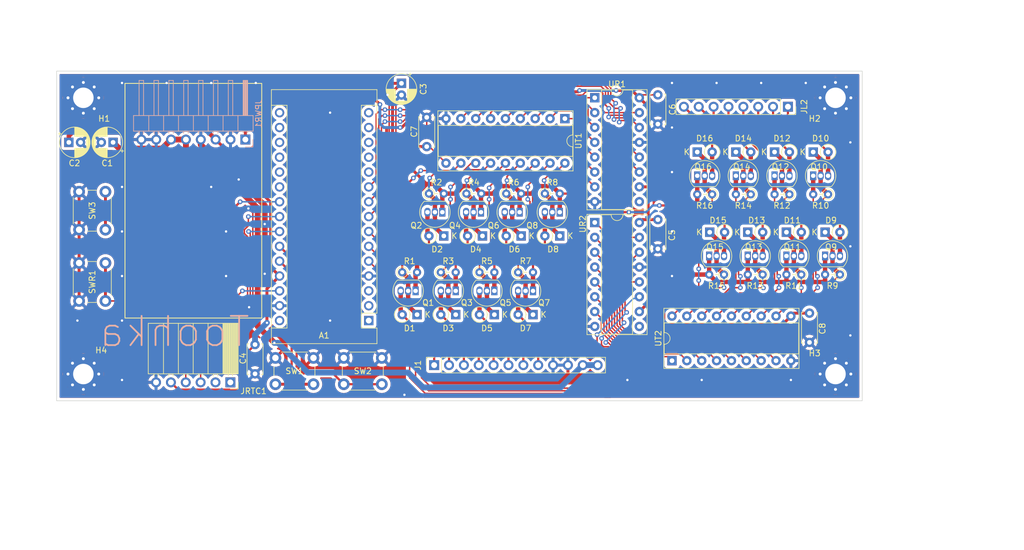
<source format=kicad_pcb>
(kicad_pcb (version 20211014) (generator pcbnew)
  (layers (0 "F.Cu" signal) (31 "B.Cu" signal) (34 "B.Paste" user) (35 "F.Paste" user) (36 "B.SilkS" user "B.Silkscreen") (37 "F.SilkS" user "F.Silkscreen") (38 "B.Mask" user) (39 "F.Mask" user) (44 "Edge.Cuts" user))
  (net 0 "")
  (net 4 "Net-(A1-Pad5)")
  (net 5 "Net-(A1-Pad6)")
  (net 6 "Net-(A1-Pad7)")
  (net 9 "+5V")
  (net 10 "Net-(A1-Pad28)")
  (net 12 "GND")
  (net 13 "Net-(A1-Pad8)")
  (net 14 "Net-(D1-Pad1)")
  (net 15 "Net-(D1-Pad2)")
  (net 16 "Net-(D2-Pad1)")
  (net 17 "Net-(D2-Pad2)")
  (net 18 "Net-(D3-Pad1)")
  (net 19 "Net-(D4-Pad1)")
  (net 20 "Net-(D4-Pad2)")
  (net 23 "Net-(D5-Pad1)")
  (net 24 "Net-(D5-Pad2)")
  (net 25 "Net-(D6-Pad1)")
  (net 26 "Net-(D6-Pad2)")
  (net 27 "Net-(D7-Pad1)")
  (net 28 "Net-(D7-Pad2)")
  (net 29 "Net-(D8-Pad1)")
  (net 30 "Net-(D8-Pad2)")
  (net 31 "Net-(D9-Pad1)")
  (net 32 "Net-(D11-Pad2)")
  (net 36 "Net-(D10-Pad1)")
  (net 37 "Net-(D9-Pad2)")
  (net 38 "Net-(D10-Pad2)")
  (net 39 "Net-(D11-Pad1)")
  (net 40 "Net-(D12-Pad1)")
  (net 41 "Net-(D12-Pad2)")
  (net 42 "Net-(D13-Pad1)")
  (net 43 "Net-(D13-Pad2)")
  (net 44 "Net-(D14-Pad1)")
  (net 45 "Net-(D14-Pad2)")
  (net 46 "Net-(D15-Pad1)")
  (net 47 "Net-(D15-Pad2)")
  (net 48 "Net-(D16-Pad1)")
  (net 49 "Net-(D16-Pad2)")
  (net 50 "+28V")
  (net 51 "Net-(A1-Pad9)")
  (net 52 "Net-(UR1-Pad1)")
  (net 55 "Net-(D3-Pad2)")
  (net 56 "Net-(UR1-Pad2)")
  (net 57 "Net-(UR1-Pad3)")
  (net 58 "Net-(UR1-Pad4)")
  (net 59 "Net-(UR1-Pad5)")
  (net 60 "Net-(UR1-Pad6)")
  (net 61 "Net-(UR1-Pad7)")
  (net 62 "Net-(UR1-Pad15)")
  (net 63 "Net-(UR2-Pad1)")
  (net 66 "Net-(UR2-Pad2)")
  (net 67 "Net-(UR2-Pad3)")
  (net 68 "Net-(UR2-Pad4)")
  (net 69 "Net-(UR2-Pad5)")
  (net 70 "Net-(UR2-Pad6)")
  (net 71 "Net-(UR2-Pad7)")
  (net 72 "Net-(UR2-Pad15)")
  (net 73 "+1V5")
  (net 74 "Net-(A1-Pad24)")
  (net 75 "Net-(A1-Pad23)")
  (net 80 "Net-(A1-Pad26)")
  (net 81 "Net-(A1-Pad25)")
  (net 82 "Net-(A1-Pad10)")
  (net 83 "Net-(A1-Pad22)")
  (footprint "Connector_PinSocket_2.54mm:PinSocket_1x12_P2.54mm_Vertical" (layer "F.Cu") (at 152.4 109.22 90)
    (fp_text reference "J1")
    (fp_text value "Conn_01x12")
  )
  (footprint "Diode_THT:D_DO-35_SOD27_P2.54mm_Vertical_KathodeUp" (layer "F.Cu") (at 169.291 100.584 180)
    (fp_text reference "D7")
    (fp_text value "1N4148")
  )
  (footprint "Capacitor_THT:C_Disc_D5.0mm_W2.5mm_P5.00mm" (layer "F.Cu") (at 190.627 84.328 -90)
    (fp_text reference "C5")
    (fp_text value "100n")
  )
  (footprint "Diode_THT:D_DO-35_SOD27_P2.54mm_Vertical_KathodeUp" (layer "F.Cu") (at 160.655 87.122 180)
    (fp_text reference "D4")
    (fp_text value "1N4148")
  )
  (footprint "Capacitor_THT:C_Disc_D5.0mm_W2.5mm_P5.00mm" (layer "F.Cu") (at 151.13 66.842 -90)
    (fp_text reference "C7")
    (fp_text value "100n")
  )
  (footprint "Package_DIP:DIP-16_W7.62mm_Socket" (layer "F.Cu") (at 179.842 63.49)
    (fp_text reference "UR1")
    (fp_text value "74HC595")
  )
  (footprint "Diode_THT:D_DO-35_SOD27_P2.54mm_Vertical_KathodeUp" (layer "F.Cu") (at 212.598 86.487)
    (fp_text reference "D11")
    (fp_text value "1N4148")
  )
  (footprint "Button_Switch_THT:SW_PUSH_6mm_H4.3mm" (layer "F.Cu") (at 125.274 107.986)
    (fp_text reference "SW1")
    (fp_text value "SW_Push")
  )
  (footprint "Diode_THT:D_DO-35_SOD27_P2.54mm_Vertical_KathodeUp" (layer "F.Cu") (at 205.994 86.487)
    (fp_text reference "D13")
    (fp_text value "1N4148")
  )
  (footprint "MountingHole:MountingHole_3.5mm_Pad_Via" (layer "F.Cu") (at 220.98 63.5)
    (fp_text reference "H2")
    (fp_text value "MountingHole_Pad")
  )
  (footprint "Capacitor_THT:CP_Radial_D5.0mm_P2.00mm" (layer "F.Cu") (at 146.812 61.020888 -90)
    (fp_text reference "C3")
    (fp_text value "10u")
  )
  (footprint "Resistor_THT:R_Axial_DIN0204_L3.6mm_D1.6mm_P2.54mm_Vertical" (layer "F.Cu") (at 213.106 80.01 180)
    (fp_text reference "R12")
    (fp_text value "100k")
  )
  (footprint "Resistor_THT:R_Axial_DIN0204_L3.6mm_D1.6mm_P2.54mm_Vertical" (layer "F.Cu") (at 215.138 93.726 180)
    (fp_text reference "R11")
    (fp_text value "100k")
  )
  (footprint "Package_DIP:DIP-18_W7.62mm_Socket" (layer "F.Cu") (at 193.04 108.458 90)
    (fp_text reference "UT2")
    (fp_text value "ULN2803A")
  )
  (footprint "Diode_THT:D_DO-35_SOD27_P2.54mm_Vertical_KathodeUp" (layer "F.Cu") (at 173.863 87.122 180)
    (fp_text reference "D8")
    (fp_text value "1N4148")
  )
  (footprint "Diode_THT:D_DO-35_SOD27_P2.54mm_Vertical_KathodeUp" (layer "F.Cu") (at 203.962 72.771)
    (fp_text reference "D14")
    (fp_text value "1N4148")
  )
  (footprint "Capacitor_THT:CP_Radial_D5.0mm_P2.00mm" (layer "F.Cu") (at 89.976888 71.12)
    (fp_text reference "C2")
    (fp_text value "100u")
  )
  (footprint "MountingHole:MountingHole_3.5mm_Pad_Via" (layer "F.Cu") (at 92.456 63.5)
    (fp_text reference "H1")
    (fp_text value "MountingHole_Pad")
  )
  (footprint "Package_TO_SOT_THT:TO-92_Inline" (layer "F.Cu") (at 212.598 90.551)
    (fp_text reference "Q11")
    (fp_text value "BC547")
  )
  (footprint "Package_TO_SOT_THT:TO-92_Inline" (layer "F.Cu") (at 173.863 83.058 180)
    (fp_text reference "Q8")
    (fp_text value "BC547")
  )
  (footprint "Package_TO_SOT_THT:TO-92_Inline" (layer "F.Cu") (at 199.39 90.551)
    (fp_text reference "Q15")
    (fp_text value "BC547")
  )
  (footprint "Resistor_THT:R_Axial_DIN0204_L3.6mm_D1.6mm_P2.54mm_Vertical" (layer "F.Cu") (at 166.751 93.345)
    (fp_text reference "R7")
    (fp_text value "100k")
  )
  (footprint "Package_TO_SOT_THT:TO-92_Inline" (layer "F.Cu") (at 149.225 96.52 180)
    (fp_text reference "Q1")
    (fp_text value "BC547")
  )
  (footprint "Package_DIP:DIP-16_W7.62mm_Socket" (layer "F.Cu") (at 179.842 84.826)
    (fp_text reference "UR2")
    (fp_text value "74HC595")
  )
  (footprint "Package_TO_SOT_THT:TO-92_Inline" (layer "F.Cu") (at 217.17 76.835)
    (fp_text reference "Q10")
    (fp_text value "BC547")
  )
  (footprint "Package_TO_SOT_THT:TO-92_Inline" (layer "F.Cu") (at 167.005 83.058 180)
    (fp_text reference "Q6")
    (fp_text value "BC547")
  )
  (footprint "Resistor_THT:R_Axial_DIN0204_L3.6mm_D1.6mm_P2.54mm_Vertical" (layer "F.Cu") (at 157.911 79.883)
    (fp_text reference "R4")
    (fp_text value "100k")
  )
  (footprint "Package_TO_SOT_THT:TO-92_Inline" (layer "F.Cu") (at 162.687 96.52 180)
    (fp_text reference "Q5")
    (fp_text value "BC547")
  )
  (footprint "Package_TO_SOT_THT:TO-92_Inline" (layer "F.Cu") (at 205.994 90.551)
    (fp_text reference "Q13")
    (fp_text value "BC547")
  )
  (footprint "Resistor_THT:R_Axial_DIN0204_L3.6mm_D1.6mm_P2.54mm_Vertical" (layer "F.Cu") (at 208.534 93.726 180)
    (fp_text reference "R13")
    (fp_text value "100k")
  )
  (footprint "Button_Switch_THT:SW_PUSH_6mm_H4.3mm" (layer "F.Cu") (at 136.958 107.986)
    (fp_text reference "SW2")
    (fp_text value "SW_Push")
  )
  (footprint "Diode_THT:D_DO-35_SOD27_P2.54mm_Vertical_KathodeUp" (layer "F.Cu") (at 219.202 86.487)
    (fp_text reference "D9")
    (fp_text value "1N4148")
  )
  (footprint "Package_TO_SOT_THT:TO-92_Inline" (layer "F.Cu") (at 160.401 83.058 180)
    (fp_text reference "Q4")
    (fp_text value "BC547")
  )
  (footprint "Package_TO_SOT_THT:TO-92_Inline" (layer "F.Cu") (at 153.797 83.058 180)
    (fp_text reference "Q2")
    (fp_text value "BC547")
  )
  (footprint "Package_TO_SOT_THT:TO-92_Inline" (layer "F.Cu") (at 210.566 76.835)
    (fp_text reference "Q12")
    (fp_text value "BC547")
  )
  (footprint "Resistor_THT:R_Axial_DIN0204_L3.6mm_D1.6mm_P2.54mm_Vertical" (layer "F.Cu") (at 219.71 80.01 180)
    (fp_text reference "R10")
    (fp_text value "100k")
  )
  (footprint "Button_Switch_THT:SW_PUSH_6mm_H4.3mm" (layer "F.Cu") (at 96.23 91.746 -90)
    (fp_text reference "SWR1")
    (fp_text value "SW_Push")
  )
  (footprint "Package_TO_SOT_THT:TO-92_Inline" (layer "F.Cu") (at 169.291 96.52 180)
    (fp_text reference "Q7")
    (fp_text value "BC547")
  )
  (footprint "Package_DIP:DIP-18_W7.62mm_Socket" (layer "F.Cu") (at 174.742 67.056 -90)
    (fp_text reference "UT1")
    (fp_text value "ULN2803A")
  )
  (footprint "Diode_THT:D_DO-35_SOD27_P2.54mm_Vertical_KathodeUp" (layer "F.Cu") (at 149.479 100.584 180)
    (fp_text reference "D1")
    (fp_text value "1N4148")
  )
  (footprint "Package_TO_SOT_THT:TO-92_Inline" (layer "F.Cu") (at 203.962 76.835)
    (fp_text reference "Q14")
    (fp_text value "BC547")
  )
  (footprint "Diode_THT:D_DO-35_SOD27_P2.54mm_Vertical_KathodeUp" (layer "F.Cu") (at 197.358 72.771)
    (fp_text reference "D16")
    (fp_text value "1N4148")
  )
  (footprint "Resistor_THT:R_Axial_DIN0204_L3.6mm_D1.6mm_P2.54mm_Vertical" (layer "F.Cu") (at 160.147 93.345)
    (fp_text reference "R5")
    (fp_text value "100k")
  )
  (footprint "Resistor_THT:R_Axial_DIN0204_L3.6mm_D1.6mm_P2.54mm_Vertical" (layer "F.Cu") (at 153.543 93.345)
    (fp_text reference "R3")
    (fp_text value "100k")
  )
  (footprint "Resistor_THT:R_Axial_DIN0204_L3.6mm_D1.6mm_P2.54mm_Vertical" (layer "F.Cu") (at 171.323 79.883)
    (fp_text reference "R8")
    (fp_text value "100k")
  )
  (footprint "Resistor_THT:R_Axial_DIN0204_L3.6mm_D1.6mm_P2.54mm_Vertical" (layer "F.Cu") (at 164.719 79.883)
    (fp_text reference "R6")
    (fp_text value "100k")
  )
  (footprint "Module:Arduino_Nano" (layer "F.Cu") (at 141.224 101.6 180)
    (fp_text reference "A1")
    (fp_text value "Arduino_Nano_v3.x")
  )
  (footprint "Capacitor_THT:C_Disc_D5.0mm_W2.5mm_P5.00mm" (layer "F.Cu") (at 216.535 105.33 90)
    (fp_text reference "C8")
    (fp_text value "100n")
  )
  (footprint "Resistor_THT:R_Axial_DIN0204_L3.6mm_D1.6mm_P2.54mm_Vertical" (layer "F.Cu") (at 199.898 80.01 180)
    (fp_text reference "R16")
    (fp_text value "100k")
  )
  (footprint "Diode_THT:D_DO-35_SOD27_P2.54mm_Vertical_KathodeUp" (layer "F.Cu") (at 154.051 87.122 180)
    (fp_text reference "D2")
    (fp_text value "1N4148")
  )
  (footprint "Resistor_THT:R_Axial_DIN0204_L3.6mm_D1.6mm_P2.54mm_Vertical" (layer "F.Cu") (at 146.939 93.345)
    (fp_text reference "R1")
    (fp_text value "100k")
  )
  (footprint "Diode_THT:D_DO-35_SOD27_P2.54mm_Vertical_KathodeUp" (layer "F.Cu") (at 199.488315 86.487)
    (fp_text reference "D15")
    (fp_text value "1N4148")
  )
  (footprint "MountingHole:MountingHole_3.5mm_Pad_Via" (layer "F.Cu") (at 92.456 110.744)
    (fp_text reference "H4")
    (fp_text value "MountingHole_Pad")
  )
  (footprint "Package_TO_SOT_THT:TO-92_Inline" (layer "F.Cu") (at 197.358 76.835)
    (fp_text reference "Q16")
    (fp_text value "BC547")
  )
  (footprint "Diode_THT:D_DO-35_SOD27_P2.54mm_Vertical_KathodeUp" (layer "F.Cu") (at 217.17 72.771)
    (fp_text reference "D10")
    (fp_text value "1N4148")
  )
  (footprint "Capacitor_THT:CP_Radial_D5.0mm_P2.00mm" (layer "F.Cu") (at 97.536 71.12 180)
    (fp_text reference "C1")
    (fp_text value "100u")
  )
  (footprint "Connector_PinSocket_2.54mm:PinSocket_1x06_P2.54mm_Horizontal" (layer "F.Cu") (at 117.577 112.168 -90)
    (fp_text reference "JRTC1")
    (fp_text value "Conn_01x06")
  )
  (footprint "Diode_THT:D_DO-35_SOD27_P2.54mm_Vertical_KathodeUp" (layer "F.Cu") (at 167.259 87.122 180)
    (fp_text reference "D6")
    (fp_text value "1N4148")
  )
  (footprint "Button_Switch_THT:SW_PUSH_6mm_H4.3mm" (layer "F.Cu") (at 96.23 79.554 -90)
    (fp_text reference "SW3")
    (fp_text value "SW_Push")
  )
  (footprint "Diode_THT:D_DO-35_SOD27_P2.54mm_Vertical_KathodeUp" (layer "F.Cu") (at 156.083 100.584 180)
    (fp_text reference "D3")
    (fp_text value "1N4148")
  )
  (footprint "Package_TO_SOT_THT:TO-92_Inline" (layer "F.Cu") (at 156.083 96.52 180)
    (fp_text reference "Q3")
    (fp_text value "BC547")
  )
  (footprint "Resistor_THT:R_Axial_DIN0204_L3.6mm_D1.6mm_P2.54mm_Vertical" (layer "F.Cu") (at 206.502 80.01 180)
    (fp_text reference "R14")
    (fp_text value "100k")
  )
  (footprint "Capacitor_THT:C_Disc_D5.0mm_W2.5mm_P5.00mm" (layer "F.Cu") (at 190.627 62.992 -90)
    (fp_text reference "C6")
    (fp_text value "100n")
  )
  (footprint "Resistor_THT:R_Axial_DIN0204_L3.6mm_D1.6mm_P2.54mm_Vertical" (layer "F.Cu") (at 221.742 93.726 180)
    (fp_text reference "R9")
    (fp_text value "100k")
  )
  (footprint "Diode_THT:D_DO-35_SOD27_P2.54mm_Vertical_KathodeUp" (layer "F.Cu") (at 162.687 100.584 180)
    (fp_text reference "D5")
    (fp_text value "1N4148")
  )
  (footprint "Diode_THT:D_DO-35_SOD27_P2.54mm_Vertical_KathodeUp" (layer "F.Cu") (at 210.566 72.771)
    (fp_text reference "D12")
    (fp_text value "1N4148")
  )
  (footprint "Package_TO_SOT_THT:TO-92_Inline" (layer "F.Cu") (at 219.202 90.551)
    (fp_text reference "Q9")
    (fp_text value "BC547")
  )
  (footprint "Connector_PinSocket_2.54mm:PinSocket_1x08_P2.54mm_Vertical" (layer "F.Cu") (at 212.852 65.024 -90)
    (fp_text reference "JL2")
    (fp_text value "Conn_01x08")
  )
  (footprint "Resistor_THT:R_Axial_DIN0204_L3.6mm_D1.6mm_P2.54mm_Vertical" (layer "F.Cu") (at 151.511 79.883)
    (fp_text reference "R2")
    (fp_text value "100k")
  )
  (footprint "Resistor_THT:R_Axial_DIN0204_L3.6mm_D1.6mm_P2.54mm_Vertical" (layer "F.Cu") (at 201.93 93.726 180)
    (fp_text reference "R15")
    (fp_text value "100k")
  )
  (footprint "Capacitor_THT:C_Disc_D5.0mm_W2.5mm_P5.00mm" (layer "F.Cu") (at 121.793 105.704 -90)
    (fp_text reference "C4")
    (fp_text value "100n")
  )
  (footprint "MountingHole:MountingHole_3.5mm_Pad_Via" (layer "F.Cu") (at 220.98 110.744)
    (fp_text reference "H3")
    (fp_text value "MountingHole_Pad")
  )
  (footprint "Connector_PinHeader_2.54mm:PinHeader_1x08_P2.54mm_Horizontal" (layer "B.Cu") (at 120.142 70.6374 90)
    (fp_text reference "JPWR1")
    (fp_text value "Conn_01x08")
  )
  (gr_rect (start 99.568 101.164) (end 122.936 61.032) (layer "F.SilkS") (width 0.15) (fill none))
  (gr_rect (start 87.884 58.928) (end 225.552 115.316) (layer "Edge.Cuts") (width 0.1) (fill none))
  (gr_text "Toohka" (at 108 103.5) (layer "B.SilkS") (effects (font (size 5 5) (thickness 0.3)) (justify mirror)))
  (segment (start 143.3185 102.209112) (end 143.3185 93.5345) (width 0.25) (layer "F.Cu") (net 4))
  (segment (start 184.567 101.6811) (end 184.8415 101.9556) (width 0.25) (layer "F.Cu") (net 4))
  (segment (start 183.907 107.137573) (end 183.907 111.243792) (width 0.25) (layer "F.Cu") (net 4))
  (segment (start 184.567 96.429) (end 184.567 101.183) (width 0.25) (layer "F.Cu") (net 4))
  (segment (start 181.727789 105.346564) (end 182.115991 105.346564) (width 0.25) (layer "F.Cu") (net 4))
  (segment (start 143.3185 93.5345) (end 141.224 91.44) (width 0.25) (layer "F.Cu") (net 4))
  (segment (start 150.877694 114.057) (end 148.209 111.388305) (width 0.25) (layer "F.Cu") (net 4))
  (segment (start 184.567 101.183) (end 184.567 101.6811) (width 0.25) (layer "F.Cu") (net 4))
  (segment (start 148.209 111.388305) (end 148.209 107.099612) (width 0.25) (layer "F.Cu") (net 4))
  (segment (start 181.093792 114.057) (end 150.877694 114.057) (width 0.25) (layer "F.Cu") (net 4))
  (segment (start 184.567 92.801) (end 184.567 96.429) (width 0.25) (layer "F.Cu") (net 4))
  (segment (start 187.462 89.906) (end 184.567 92.801) (width 0.25) (layer "F.Cu") (net 4))
  (segment (start 148.209 107.099612) (end 143.3185 102.209112) (width 0.25) (layer "F.Cu") (net 4))
  (segment (start 182.115991 105.346564) (end 183.907 107.137573) (width 0.25) (layer "F.Cu") (net 4))
  (segment (start 183.907 111.243792) (end 181.093792 114.057) (width 0.25) (layer "F.Cu") (net 4))
  (via (at 184.8415 101.9556) (size 0.8) (drill 0.4) (layers "F.Cu" "B.Cu") (net 4))
  (via (at 181.727789 105.346564) (size 0.8) (drill 0.4) (layers "F.Cu" "B.Cu") (net 4))
  (segment (start 181.727789 105.216011) (end 181.727789 105.346564) (width 0.25) (layer "B.Cu") (net 4))
  (segment (start 184.8415 102.1023) (end 184.8415 101.9556) (width 0.25) (layer "B.Cu") (net 4))
  (segment (start 182.1434 104.8004) (end 181.727789 105.216011) (width 0.25) (layer "B.Cu") (net 4))
  (segment (start 182.1434 104.8004) (end 184.8415 102.1023) (width 0.25) (layer "B.Cu") (net 4))
  (segment (start 183.457 111.057396) (end 180.907396 113.607) (width 0.25) (layer "F.Cu") (net 5))
  (segment (start 151.443695 113.607) (end 149.225 111.388305) (width 0.25) (layer "F.Cu") (net 5))
  (segment (start 181.331764 106.071564) (end 182.204595 106.071564) (width 0.25) (layer "F.Cu") (net 5))
  (segment (start 181.021034 104.639809) (end 181.0004 104.660443) (width 0.25) (layer "F.Cu") (net 5))
  (segment (start 181.0004 105.7402) (end 181.331764 106.071564) (width 0.25) (layer "F.Cu") (net 5))
  (segment (start 182.204595 106.071564) (end 183.457 107.323969) (width 0.25) (layer "F.Cu") (net 5))
  (segment (start 183.457 107.323969) (end 183.457 111.057396) (width 0.25) (layer "F.Cu") (net 5))
  (segment (start 181.0004 104.660443) (end 181.0004 105.7402) (width 0.25) (layer "F.Cu") (net 5))
  (segment (start 180.907396 113.607) (end 151.443695 113.607) (width 0.25) (layer "F.Cu") (net 5))
  (segment (start 149.225 107.479216) (end 143.7685 102.022716) (width 0.25) (layer "F.Cu") (net 5))
  (segment (start 143.7685 91.4445) (end 141.224 88.9) (width 0.25) (layer "F.Cu") (net 5))
  (segment (start 185.017 99.3106) (end 185.017 99.9285) (width 0.25) (layer "F.Cu") (net 5))
  (segment (start 143.7685 102.022716) (end 143.7685 91.4445) (width 0.25) (layer "F.Cu") (net 5))
  (segment (start 185.017 96.161) (end 186.192 94.986) (width 0.25) (layer "F.Cu") (net 5))
  (segment (start 186.192 94.986) (end 187.462 94.986) (width 0.25) (layer "F.Cu") (net 5))
  (segment (start 185.017 99.9285) (end 185.2915 100.203) (width 0.25) (layer "F.Cu") (net 5))
  (segment (start 149.225 111.388305) (end 149.225 107.479216) (width 0.25) (layer "F.Cu") (net 5))
  (segment (start 185.017 99.3106) (end 185.017 96.161) (width 0.25) (layer "F.Cu") (net 5))
  (via (at 185.2915 100.203) (size 0.8) (drill 0.4) (layers "F.Cu" "B.Cu") (net 5))
  (via (at 181.021034 104.639809) (size 0.8) (drill 0.4) (layers "F.Cu" "B.Cu") (net 5))
  (segment (start 181.480987 104.010987) (end 181.021034 104.47094) (width 0.25) (layer "B.Cu") (net 5))
  (segment (start 181.021034 104.47094) (end 181.021034 104.639809) (width 0.25) (layer "B.Cu") (net 5))
  (segment (start 185.288974 100.203) (end 185.2915 100.203) (width 0.25) (layer "B.Cu") (net 5))
  (segment (start 181.480987 104.010987) (end 185.288974 100.203) (width 0.25) (layer "B.Cu") (net 5))
  (segment (start 180.721 113.157) (end 152.019 113.157) (width 0.25) (layer "F.Cu") (net 6))
  (segment (start 180.2425 104.013) (end 180.2425 105.618696) (width 0.25) (layer "F.Cu") (net 6))
  (segment (start 144.2185 89.3545) (end 141.224 86.36) (width 0.25) (layer "F.Cu") (net 6))
  (segment (start 144.2185 101.83632) (end 144.2185 89.3545) (width 0.25) (layer "F.Cu") (net 6))
  (segment (start 183.007 107.510365) (end 183.007 110.871) (width 0.25) (layer "F.Cu") (net 6))
  (segment (start 150.241 111.379) (end 150.241 107.85882) (width 0.25) (layer "F.Cu") (net 6))
  (segment (start 181.145368 106.521564) (end 182.018199 106.521564) (width 0.25) (layer "F.Cu") (net 6))
  (segment (start 182.018199 106.521564) (end 183.007 107.510365) (width 0.25) (layer "F.Cu") (net 6))
  (segment (start 150.241 107.85882) (end 144.2185 101.83632) (width 0.25) (layer "F.Cu") (net 6))
  (segment (start 183.007 110.871) (end 180.721 113.157) (width 0.25) (layer "F.Cu") (net 6))
  (segment (start 152.019 113.157) (end 150.241 111.379) (width 0.25) (layer "F.Cu") (net 6))
  (segment (start 180.2425 105.618696) (end 181.145368 106.521564) (width 0.25) (layer "F.Cu") (net 6))
  (via (at 180.2425 104.013) (size 0.8) (drill 0.4) (layers "F.Cu" "B.Cu") (net 6))
  (segment (start 180.2425 104.013) (end 186.436 97.8195) (width 0.25) (layer "B.Cu") (net 6))
  (segment (start 186.436 97.8195) (end 187.1685 97.8195) (width 0.25) (layer "B.Cu") (net 6))
  (segment (start 187.1685 97.8195) (end 187.462 97.526) (width 0.25) (layer "B.Cu") (net 6))
  (segment (start 187.462 78.73) (end 188.732 78.73) (width 0.5) (layer "F.Cu") (net 9))
  (segment (start 190.627 84.328) (end 189.23 84.328) (width 0.5) (layer "F.Cu") (net 9))
  (segment (start 116.1055 72.9975) (end 116.1055 71.6809) (width 0.5) (layer "F.Cu") (net 9))
  (segment (start 187.96 62.992) (end 187.462 63.49) (width 0.25) (layer "F.Cu") (net 9))
  (segment (start 188.976 65.004) (end 188.976 76.835) (width 0.5) (layer "F.Cu") (net 9))
  (segment (start 120.3819 72.9975) (end 116.1055 72.9975) (width 0.5) (layer "F.Cu") (net 9))
  (segment (start 107.417 112.168) (end 108.6545 113.4055) (width 0.375) (layer "F.Cu") (net 9))
  (segment (start 188.976 98.552) (end 187.462 100.066) (width 0.5) (layer "F.Cu") (net 9))
  (segment (start 186.212 62.24) (end 187.462 63.49) (width 0.5) (layer "F.Cu") (net 9))
  (segment (start 124.46 92.456) (end 125.984 93.98) (width 0.5) (layer "F.Cu") (net 9))
  (segment (start 91.862 68.138) (end 89.976888 70.023112) (width 0.75) (layer "F.Cu") (net 9))
  (segment (start 188.976 84.074) (end 189.23 84.328) (width 0.5) (layer "F.Cu") (net 9))
  (segment (start 118.8145 113.4055) (end 120.142 112.078) (width 0.375) (layer "F.Cu") (net 9))
  (segment (start 190.627 62.992) (end 187.96 62.992) (width 0.25) (layer "F.Cu") (net 9))
  (segment (start 177.035 62.465) (end 177.25 62.25) (width 0.5) (layer "F.Cu") (net 9))
  (segment (start 125.984 63.246) (end 123 66.23) (width 0.5) (layer "F.Cu") (net 9))
  (segment (start 112.5626 68.138) (end 91.862 68.138) (width 0.75) (layer "F.Cu") (net 9))
  (segment (start 120.142 107.355) (end 121.793 105.704) (width 0.375) (layer "F.Cu") (net 9))
  (segment (start 116.1055 72.9975) (end 124.46 81.352) (width 0.5) (layer "F.Cu") (net 9))
  (segment (start 187.462 63.49) (end 188.976 65.004) (width 0.5) (layer "F.Cu") (net 9))
  (segment (start 123 70.3794) (end 120.3819 72.9975) (width 0.5) (layer "F.Cu") (net 9))
  (segment (start 120.142 112.078) (end 120.142 107.355) (width 0.375) (layer "F.Cu") (net 9))
  (segment (start 152.980964 62.465) (end 176 62.465) (width 0.5) (layer "F.Cu") (net 9))
  (segment (start 188.976 78.486) (end 188.976 83.439) (width 0.5) (layer "F.Cu") (net 9))
  (segment (start 188.976 76.835) (end 188.976 78.486) (width 0.5) (layer "F.Cu") (net 9))
  (segment (start 176 62.465) (end 176.625 62.465) (width 0.5) (layer "F.Cu") (net 9))
  (segment (start 123 66.23) (end 123 70.3794) (width 0.5) (layer "F.Cu") (net 9))
  (segment (start 188.976 83.439) (end 188.976 84.074) (width 0.5) (layer "F.Cu") (net 9))
  (segment (start 123.825 96.139) (end 125.984 93.98) (width 0.5) (layer "F.Cu") (net 9))
  (segment (start 143.129 64.643) (end 141.732 63.246) (width 0.5) (layer "F.Cu") (net 9))
  (segment (start 124.46 81.352) (end 124.46 92.456) (width 0.5) (layer "F.Cu") (net 9))
  (segment (start 183.49 62.24) (end 186.212 62.24) (width 0.5) (layer "F.Cu") (net 9))
  (segment (start 115.062 70.6374) (end 112.5626 68.138) (width 0.75) (layer "F.Cu") (net 9))
  (segment (start 141.732 63.246) (end 125.984 63.246) (width 0.5) (layer "F.Cu") (net 9))
  (segment (start 123.825 101.981) (end 123.825 96.139) (width 0.5) (layer "F.Cu") (net 9))
  (segment (start 188.976 83.439) (end 188.976 98.552) (width 0.5) (layer "F.Cu") (net 9))
  (segment (start 187.96 84.328) (end 187.462 84.826) (width 0.5) (layer "F.Cu") (net 9))
  (segment (start 108.6545 113.4055) (end 118.8145 113.4055) (width 0.375) (layer "F.Cu") (net 9))
  (segment (start 89.976888 70.023112) (end 89.976888 71.12) (width 0.75) (layer "F.Cu") (net 9))
  (segment (start 189.23 84.328) (end 187.96 84.328) (width 0.5) (layer "F.Cu") (net 9))
  (segment (start 152.980964 62.465) (end 146.865964 68.58) (width 0.5) (layer "F.Cu") (net 9))
  (segment (start 116.1055 71.6809) (end 115.062 70.6374) (width 0.5) (layer "F.Cu") (net 9))
  (segment (start 176.625 62.465) (end 177.035 62.465) (width 0.5) (layer "F.Cu") (net 9))
  (segment (start 146.865964 68.58) (end 146.5875 68.58) (width 0.5) (layer "F.Cu") (net 9))
  (via (at 183.49 62.24) (size 0.8) (drill 0.4) (layers "F.Cu" "B.Cu") (net 9))
  (via (at 143.129 64.643) (size 0.8) (drill 0.4) (layers "F.Cu" "B.Cu") (net 9))
  (via (at 123.825 101.981) (size 0.8) (drill 0.4) (layers "F.Cu" "B.Cu") (net 9))
  (via (at 146.5875 68.58) (size 0.8) (drill 0.4) (layers "F.Cu" "B.Cu") (net 9))
  (via (at 177.25 62.25) (size 0.8) (drill 0.4) (layers "F.Cu" "B.Cu") (net 9))
  (segment (start 143.129 67.906582) (end 143.129 64.643) (width 0.5) (layer "B.Cu") (net 9))
  (segment (start 121.793 105.704) (end 121.793 104.013) (width 1) (layer "B.Cu") (net 9))
  (segment (start 177.25 62.25) (end 177.26 62.24) (width 0.5) (layer "B.Cu") (net 9))
  (segment (start 143.802418 68.58) (end 143.129 67.906582) (width 0.5) (layer "B.Cu") (net 9))
  (segment (start 177.26 62.24) (end 183.49 62.24) (width 0.5) (layer "B.Cu") (net 9))
  (segment (start 121.793 104.013) (end 123.825 101.981) (width 1) (layer "B.Cu") (net 9))
  (segment (start 146.5875 68.58) (end 143.802418 68.58) (width 0.5) (layer "B.Cu") (net 9))
  (segment (start 96.23 92.254) (end 96.23 98.754) (width 0.5) (layer "F.Cu") (net 10))
  (segment (start 117.931 98.246) (end 117.931 98.223) (width 0.25) (layer "F.Cu") (net 10))
  (segment (start 117.931 98.223) (end 119.634 96.52) (width 0.25) (layer "F.Cu") (net 10))
  (segment (start 96.23 98.246) (end 117.931 98.246) (width 0.25) (layer "F.Cu") (net 10))
  (via (at 119.634 96.52) (size 0.8) (drill 0.4) (layers "F.Cu" "B.Cu") (net 10))
  (segment (start 119.634 96.52) (end 125.984 96.52) (width 0.25) (layer "B.Cu") (net 10))
  (segment (start 118.999 77.47) (end 123.444 81.915) (width 1) (layer "F.Cu") (net 12))
  (segment (start 118.999 77.47) (end 114.681 73.152) (width 1) (layer "F.Cu") (net 12))
  (segment (start 144.713 71.307) (end 146.812 73.406) (width 0.25) (layer "F.Cu") (net 12))
  (segment (start 150.6728 114.681) (end 182.499 114.681) (width 0.25) (layer "F.Cu") (net 12))
  (segment (start 147.32 114.3) (end 150.2918 114.3) (width 0.25) (layer "F.Cu") (net 12))
  (segment (start 91.73 86.054) (end 91.73 79.554) (width 0.5) (layer "F.Cu") (net 12))
  (segment (start 114.152 73.152) (end 112.522 71.522) (width 1) (layer "F.Cu") (net 12))
  (segment (start 182.499 114.681) (end 185.42 111.76) (width 0.25) (layer "F.Cu") (net 12))
  (segment (start 121.419 83.192) (end 120.65 82.423) (width 0.25) (layer "F.Cu") (net 12))
  (segment (start 121.419 98.672) (end 121.419 84.448) (width 0.25) (layer "F.Cu") (net 12))
  (segment (start 144.713 63.2665) (end 144.713 71.307) (width 0.25) (layer "F.Cu") (net 12))
  (segment (start 146.502172 71.267) (end 149.098 71.267) (width 0.25) (layer "F.Cu") (net 12))
  (segment (start 123.444 81.915) (end 123.444 85.09) (width 1) (layer "F.Cu") (net 12))
  (segment (start 123.444 85.09) (end 123.444 93.599) (width 1) (layer "F.Cu") (net 12))
  (segment (start 149.098 71.267) (end 151.13 69.235) (width 0.25) (layer "F.Cu") (net 12))
  (segment (start 120.777 99.314) (end 121.419 98.672) (width 0.25) (layer "F.Cu") (net 12))
  (segment (start 150.2918 114.3) (end 150.6728 114.681) (width 0.25) (layer "F.Cu") (net 12))
  (segment (start 121.419 84.448) (end 121.419 83.192) (width 0.25) (layer "F.Cu") (net 12))
  (segment (start 114.681 73.152) (end 114.152 73.152) (width 1) (layer "F.Cu") (net 12))
  (segment (start 91.73 91.746) (end 91.73 86.054) (width 0.5) (layer "F.Cu") (net 12))
  (segment (start 144.4385 62.992) (end 144.713 63.2665) (width 0.25) (layer "F.Cu") (net 12))
  (segment (start 145.863 63.887774) (end 145.863 70.627828) (width 0.25) (layer "F.Cu") (net 12))
  (segment (start 146.812 63.020888) (end 146.012001 63.820887) (width 0.25) (layer "F.Cu") (net 12))
  (segment (start 145.863 70.627828) (end 146.502172 71.267) (width 0.25) (layer "F.Cu") (net 12))
  (segment (start 145.929887 63.820887) (end 145.863 63.887774) (width 0.25) (layer "F.Cu") (net 12))
  (segment (start 151.13 69.235) (end 151.13 66.842) (width 0.25) (layer "F.Cu") (net 12))
  (segment (start 91.73 98.754) (end 91.73 92.254) (width 0.5) (layer "F.Cu") (net 12))
  (segment (start 112.522 71.522) (end 112.522 70.6374) (width 1) (layer "F.Cu") (net 12))
  (segment (start 146.012001 63.820887) (end 145.929887 63.820887) (width 0.25) (layer "F.Cu") (net 12))
  (via (at 215.9 60.96) (size 0.8) (drill 0.4) (layers "F.Cu" "B.Cu") (net 12))
  (via (at 99.06 111.76) (size 0.8) (drill 0.4) (layers "F.Cu" "B.Cu") (net 12))
  (via (at 121.92 60.96) (size 0.8) (drill 0.4) (layers "F.Cu" "B.Cu") (net 12))
  (via (at 198.12 111.76) (size 0.8) (drill 0.4) (layers "F.Cu" "B.Cu") (net 12))
  (via (at 91.44 101.6) (size 0.8) (drill 0.4) (layers "F.Cu" "B.Cu") (net 12))
  (via (at 223.52 71.12) (size 0.8) (drill 0.4) (layers "F.Cu" "B.Cu") (net 12))
  (via (at 134.62 101.6) (size 0.8) (drill 0.4) (layers "F.Cu" "B.Cu") (net 12))
  (via (at 123.444 85.09) (size 0.8) (drill 0.4) (layers "F.Cu" "B.Cu") (net 12))
  (via (at 114.3 78.74) (size 0.8) (drill 0.4) (layers "F.Cu" "B.Cu") (net 12))
  (via (at 213.36 111.76) (size 0.8) (drill 0.4) (layers "F.Cu" "B.Cu") (net 12))
  (via (at 193.04 86.36) (size 0.8) (drill 0.4) (layers "F.Cu" "B.Cu") (net 12))
  (via (at 99.06 78.74) (size 0.8) (drill 0.4) (layers "F.Cu" "B.Cu") (net 12))
  (via (at 99.06 93.98) (size 0.8) (drill 0.4) (layers "F.Cu" "B.Cu") (net 12))
  (via (at 193.04 93.98) (size 0.8) (drill 0.4) (layers "F.Cu" "B.Cu") (net 12))
  (via (at 144.4385 62.992) (size 0.8) (drill 0.4) (layers "F.Cu" "B.Cu") (net 12))
  (via (at 223.52 88.9) (size 0.8) (drill 0.4) (layers "F.Cu" "B.Cu") (net 12))
  (via (at 193.04 60.96) (size 0.8) (drill 0.4) (layers "F.Cu" "B.Cu") (net 12))
  (via (at 123.444 93.599) (size 0.8) (drill 0.4) (layers "F.Cu" "B.Cu") (net 12))
  (via (at 106.68 60.96) (size 0.8) (drill 0.4) (layers "F.Cu" "B.Cu") (net 12))
  (via (at 120.777 99.314) (size 0.8) (drill 0.4) (layers "F.Cu" "B.Cu") (net 12))
  (via (at 147.32 114.3) (size 0.8) (drill 0.4) (layers "F.Cu" "B.Cu") (net 12))
  (via (at 116.84 93.98) (size 0.8) (drill 0.4) (layers "F.Cu" "B.Cu") (net 12))
  (via (at 114.3 60.96) (size 0.8) (drill 0.4) (layers "F.Cu" "B.Cu") (net 12))
  (via (at 99.06 86.36) (size 0.8) (drill 0.4) (layers "F.Cu" "B.Cu") (net 12))
  (via (at 99.06 101.6) (size 0.8) (drill 0.4) (layers "F.Cu" "B.Cu") (net 12))
  (via (at 193.04 76.2) (size 0.8) (drill 0.4) (layers "F.Cu" "B.Cu") (net 12))
  (via (at 200.66 60.96) (size 0.8) (drill 0.4) (layers "F.Cu" "B.Cu") (net 12))
  (via (at 118.999 77.47) (size 0.8) (drill 0.4) (layers "F.Cu" "B.Cu") (net 12))
  (via (at 120.65 82.423) (size 0.8) (drill 0.4) (layers "F.Cu" "B.Cu") (net 12))
  (via (at 223.52 104.14) (size 0.8) (drill 0.4) (layers "F.Cu" "B.Cu") (net 12))
  (via (at 185.42 111.76) (size 0.8) (drill 0.4) (layers "F.Cu" "B.Cu") (net 12))
  (via (at 99.06 60.96) (size 0.8) (drill 0.4) (layers "F.Cu" "B.Cu") (net 12))
  (via (at 193.04 68.58) (size 0.8) (drill 0.4) (layers "F.Cu" "B.Cu") (net 12))
  (via (at 134.62 66.04) (size 0.8) (drill 0.4) (layers "F.Cu" "B.Cu") (net 12))
  (via (at 208.28 60.96) (size 0.8) (drill 0.4) (layers "F.Cu" "B.Cu") (net 12))
  (via (at 116.84 86.36) (size 0.8) (drill 0.4) (layers "F.Cu" "B.Cu") (net 12))
  (segment (start 146.812 63.020888) (end 144.467388 63.020888) (width 0.25) (layer "B.Cu") (net 12))
  (segment (start 144.467388 63.020888) (end 144.4385 62.992) (width 0.25) (layer "B.Cu") (net 12))
  (segment (start 182.523437 66.48) (end 185.86 66.48) (width 0.25) (layer "F.Cu") (net 13))
  (segment (start 176.022 61.89) (end 152.742792 61.89) (width 0.25) (layer "F.Cu") (net 13))
  (segment (start 152.742792 61.89) (end 147.068792 67.564) (width 0.25) (layer "F.Cu") (net 13))
  (segment (start 180.895 61.515) (end 176.397 61.515) (width 0.25) (layer "F.Cu") (net 13))
  (segment (start 143.394 79.373604) (end 143.394 68.1585) (width 0.25) (layer "F.Cu") (net 13))
  (segment (start 176.397 61.515) (end 176.022 61.89) (width 0.25) (layer "F.Cu") (net 13))
  (segment (start 182.227631 66.775806) (end 182.523437 66.48) (width 0.25) (layer "F.Cu") (net 13))
  (segment (start 186.436 67.056) (end 186.436 67.544) (width 0.25) (layer "F.Cu") (net 13))
  (segment (start 143.394 68.1585) (end 143.9885 67.564) (width 0.25) (layer "F.Cu") (net 13))
  (segment (start 185.86 66.48) (end 186.436 67.056) (width 0.25) (layer "F.Cu") (net 13))
  (segment (start 182.245 65.3055) (end 181.679 64.7395) (width 0.25) (layer "F.Cu") (net 13))
  (segment (start 143.394 81.65) (end 143.394 79.373604) (width 0.25) (layer "F.Cu") (net 13))
  (segment (start 147.068792 67.564) (end 146.5875 67.564) (width 0.25) (layer "F.Cu") (net 13))
  (segment (start 186.436 67.544) (end 187.462 68.57) (width 0.25) (layer "F.Cu") (net 13))
  (segment (start 181.679 62.299) (end 180.895 61.515) (width 0.25) (layer "F.Cu") (net 13))
  (segment (start 181.679 64.7395) (end 181.679 62.299) (width 0.25) (layer "F.Cu") (net 13))
  (segment (start 141.224 83.82) (end 143.394 81.65) (width 0.25) (layer "F.Cu") (net 13))
  (via (at 143.9885 67.564) (size 0.8) (drill 0.4) (layers "F.Cu" "B.Cu") (net 13))
  (via (at 182.245 65.3055) (size 0.8) (drill 0.4) (layers "F.Cu" "B.Cu") (net 13))
  (via (at 182.227631 66.775806) (size 0.8) (drill 0.4) (layers "F.Cu" "B.Cu") (net 13))
  (via (at 146.5875 67.564) (size 0.8) (drill 0.4) (layers "F.Cu" "B.Cu") (net 13))
  (segment (start 182.227631 65.322869) (end 182.245 65.3055) (width 0.25) (layer "B.Cu") (net 13))
  (segment (start 182.227631 66.775806) (end 182.227631 65.322869) (width 0.25) (layer "B.Cu") (net 13))
  (segment (start 143.9885 67.564) (end 146.5875 67.564) (width 0.25) (layer "B.Cu") (net 13))
  (segment (start 146.939 93.345) (end 146.939 79.121) (width 0.375) (layer "F.Cu") (net 14))
  (segment (start 146.939 79.121) (end 148.844 77.216) (width 0.375) (layer "F.Cu") (net 14))
  (segment (start 147.955 99.06) (end 147.955 96.52) (width 0.75) (layer "F.Cu") (net 14))
  (segment (start 147.955 94.361) (end 147.955 96.52) (width 0.75) (layer "F.Cu") (net 14))
  (segment (start 146.939 93.345) (end 147.955 94.361) (width 0.75) (layer "F.Cu") (net 14))
  (segment (start 150.114 75.946) (end 155.692 75.946) (width 0.25) (layer "F.Cu") (net 14))
  (segment (start 149.479 100.584) (end 147.955 99.06) (width 0.75) (layer "F.Cu") (net 14))
  (segment (start 155.692 75.946) (end 156.962 74.676) (width 0.25) (layer "F.Cu") (net 14))
  (via (at 150.114 75.946) (size 0.8) (drill 0.4) (layers "F.Cu" "B.Cu") (net 14))
  (via (at 148.844 77.216) (size 0.8) (drill 0.4) (layers "F.Cu" "B.Cu") (net 14))
  (segment (start 148.844 77.216) (end 150.114 75.946) (width 0.375) (layer "B.Cu") (net 14))
  (segment (start 152.4 106.045) (end 146.939 100.584) (width 0.375) (layer "F.Cu") (net 15))
  (segment (start 152.4 109.22) (end 152.4 106.045) (width 0.375) (layer "F.Cu") (net 15))
  (segment (start 146.685 100.33) (end 146.685 96.52) (width 0.75) (layer "F.Cu") (net 15))
  (segment (start 146.939 100.584) (end 146.685 100.33) (width 0.75) (layer "F.Cu") (net 15))
  (segment (start 157.03 76.396) (end 158.75 74.676) (width 0.25) (layer "F.Cu") (net 16))
  (segment (start 152.527 85.598) (end 152.527 83.058) (width 0.75) (layer "F.Cu") (net 16))
  (segment (start 154.051 87.122) (end 152.527 85.598) (width 0.75) (layer "F.Cu") (net 16))
  (segment (start 152.458 76.396) (end 157.03 76.396) (width 0.25) (layer "F.Cu") (net 16))
  (segment (start 151.638 77.216) (end 152.458 76.396) (width 0.25) (layer "F.Cu") (net 16))
  (segment (start 151.511 79.883) (end 152.527 80.899) (width 0.75) (layer "F.Cu") (net 16))
  (segment (start 152.527 80.899) (end 152.527 83.058) (width 0.75) (layer "F.Cu") (net 16))
  (segment (start 158.75 74.676) (end 159.502 74.676) (width 0.25) (layer "F.Cu") (net 16))
  (via (at 151.638 77.216) (size 0.8) (drill 0.4) (layers "F.Cu" "B.Cu") (net 16))
  (segment (start 151.511 79.883) (end 151.511 77.343) (width 0.375) (layer "B.Cu") (net 16))
  (segment (start 151.511 77.343) (end 151.638 77.216) (width 0.375) (layer "B.Cu") (net 16))
  (segment (start 154.94 109.22) (end 154.94 104.9782) (width 0.375) (layer "F.Cu") (net 17))
  (segment (start 151.511 87.122) (end 151.257 86.868) (width 0.75) (layer "F.Cu") (net 17))
  (segment (start 151.511 87.122) (end 151.511 101.5492) (width 0.375) (layer "F.Cu") (net 17))
  (segment (start 154.94 104.9782) (end 151.511 101.5492) (width 0.375) (layer "F.Cu") (net 17))
  (segment (start 151.257 86.868) (end 151.257 83.058) (width 0.75) (layer "F.Cu") (net 17))
  (segment (start 160.917 75.801) (end 162.042 74.676) (width 0.25) (layer "F.Cu") (net 18))
  (segment (start 154.813 99.314) (end 156.083 100.584) (width 0.75) (layer "F.Cu") (net 18))
  (segment (start 154.813 94.615) (end 154.813 96.52) (width 0.75) (layer "F.Cu") (net 18))
  (segment (start 155.194 78.74) (end 155.322396 78.74) (width 0.25) (layer "F.Cu") (net 18))
  (segment (start 155.322396 78.74) (end 158.261396 75.801) (width 0.25) (layer "F.Cu") (net 18))
  (segment (start 154.813 96.52) (end 154.813 99.314) (width 0.75) (layer "F.Cu") (net 18))
  (segment (start 155.145506 80.905994) (end 155.194 80.8575) (width 0.25) (layer "F.Cu") (net 18))
  (segment (start 155.145506 83.868494) (end 155.145506 80.905994) (width 0.25) (layer "F.Cu") (net 18))
  (segment (start 155.448 84.328) (end 155.448 84.170988) (width 0.25) (layer "F.Cu") (net 18))
  (segment (start 153.543 93.345) (end 154.813 94.615) (width 0.75) (layer "F.Cu") (net 18))
  (segment (start 155.448 91.44) (end 155.448 84.328) (width 0.25) (layer "F.Cu") (net 18))
  (segment (start 158.261396 75.801) (end 160.917 75.801) (width 0.25) (layer "F.Cu") (net 18))
  (segment (start 153.543 93.345) (end 155.448 91.44) (width 0.25) (layer "F.Cu") (net 18))
  (segment (start 155.448 84.170988) (end 155.145506 83.868494) (width 0.25) (layer "F.Cu") (net 18))
  (via (at 155.194 80.8575) (size 0.8) (drill 0.4) (layers "F.Cu" "B.Cu") (net 18))
  (via (at 155.194 78.74) (size 0.8) (drill 0.4) (layers "F.Cu" "B.Cu") (net 18))
  (segment (start 155.194 80.8575) (end 155.194 78.74) (width 0.25) (layer "B.Cu") (net 18))
  (segment (start 159.131 81.103) (end 157.911 79.883) (width 0.75) (layer "F.Cu") (net 19))
  (segment (start 159.334 76.251) (end 163.007 76.251) (width 0.25) (layer "F.Cu") (net 19))
  (segment (start 160.655 87.122) (end 159.131 85.598) (width 0.75) (layer "F.Cu") (net 19))
  (segment (start 157.988 77.6335) (end 157.988 77.597) (width 0.25) (layer "F.Cu") (net 19))
  (segment (start 159.131 85.598) (end 159.131 83.058) (width 0.75) (layer "F.Cu") (net 19))
  (segment (start 159.131 83.058) (end 159.131 81.103) (width 0.75) (layer "F.Cu") (net 19))
  (segment (start 157.988 77.597) (end 159.334 76.251) (width 0.25) (layer "F.Cu") (net 19))
  (segment (start 163.007 76.251) (end 164.582 74.676) (width 0.25) (layer "F.Cu") (net 19))
  (via (at 157.988 77.6335) (size 0.8) (drill 0.4) (layers "F.Cu" "B.Cu") (net 19))
  (segment (start 157.911 79.883) (end 157.911 77.7105) (width 0.25) (layer "B.Cu") (net 19))
  (segment (start 157.911 77.7105) (end 157.988 77.6335) (width 0.25) (layer "B.Cu") (net 19))
  (segment (start 157.861 86.868) (end 158.115 87.122) (width 0.75) (layer "F.Cu") (net 20))
  (segment (start 157.861 83.058) (end 157.861 86.868) (width 0.75) (layer "F.Cu") (net 20))
  (segment (start 160.02 109.22) (end 160.02 104.775) (width 0.375) (layer "F.Cu") (net 20))
  (segment (start 160.02 104.775) (end 158.115 102.87) (width 0.375) (layer "F.Cu") (net 20))
  (segment (start 158.115 102.87) (end 158.115 87.122) (width 0.375) (layer "F.Cu") (net 20))
  (segment (start 167.122 74.676) (end 165.997 75.801) (width 0.25) (layer "F.Cu") (net 23))
  (segment (start 161.798 78.74) (end 161.798 78.9085) (width 0.25) (layer "F.Cu") (net 23))
  (segment (start 161.417 94.615) (end 161.417 96.52) (width 0.75) (layer "F.Cu") (net 23))
  (segment (start 161.798 80.8575) (end 161.798 83.916988) (width 0.25) (layer "F.Cu") (net 23))
  (segment (start 160.147 93.345) (end 161.417 94.615) (width 0.75) (layer "F.Cu") (net 23))
  (segment (start 160.147 93.345) (end 160.147 91.313) (width 0.25) (layer "F.Cu") (net 23))
  (segment (start 162.052 84.170988) (end 162.003506 84.122494) (width 0.25) (layer "F.Cu") (net 23))
  (segment (start 162.687 100.584) (end 161.417 99.314) (width 0.75) (layer "F.Cu") (net 23))
  (segment (start 161.417 99.314) (end 161.417 96.52) (width 0.75) (layer "F.Cu") (net 23))
  (segment (start 160.147 91.313) (end 162.052 89.408) (width 0.25) (layer "F.Cu") (net 23))
  (segment (start 162.052 89.408) (end 162.052 84.170988) (width 0.25) (layer "F.Cu") (net 23))
  (segment (start 164.737 75.801) (end 161.798 78.74) (width 0.25) (layer "F.Cu") (net 23))
  (segment (start 165.997 75.801) (end 164.737 75.801) (width 0.25) (layer "F.Cu") (net 23))
  (segment (start 161.798 83.916988) (end 162.003506 84.122494) (width 0.25) (layer "F.Cu") (net 23))
  (via (at 161.798 78.9085) (size 0.8) (drill 0.4) (layers "F.Cu" "B.Cu") (net 23))
  (via (at 161.798 80.8575) (size 0.8) (drill 0.4) (layers "F.Cu" "B.Cu") (net 23))
  (segment (start 161.798 78.9085) (end 161.798 80.8575) (width 0.25) (layer "B.Cu") (net 23))
  (segment (start 162.56 109.22) (end 162.56 102.997) (width 0.375) (layer "F.Cu") (net 24))
  (segment (start 162.56 102.997) (end 160.147 100.584) (width 0.375) (layer "F.Cu") (net 24))
  (segment (start 160.147 100.584) (end 160.147 96.52) (width 0.75) (layer "F.Cu") (net 24))
  (segment (start 165.735 80.899) (end 164.719 79.883) (width 0.75) (layer "F.Cu") (net 25))
  (segment (start 164.846 76.962) (end 165.557 76.251) (width 0.25) (layer "F.Cu") (net 25))
  (segment (start 165.735 83.058) (end 165.735 85.598) (width 0.75) (layer "F.Cu") (net 25))
  (segment (start 168.087 76.251) (end 169.662 74.676) (width 0.25) (layer "F.Cu") (net 25))
  (segment (start 165.735 85.598) (end 167.259 87.122) (width 0.75) (layer "F.Cu") (net 25))
  (segment (start 164.846 77.6335) (end 164.846 76.962) (width 0.25) (layer "F.Cu") (net 25))
  (segment (start 165.735 83.058) (end 165.735 80.899) (width 0.75) (layer "F.Cu") (net 25))
  (segment (start 165.557 76.251) (end 168.087 76.251) (width 0.25) (layer "F.Cu") (net 25))
  (via (at 164.846 77.6335) (size 0.8) (drill 0.4) (layers "F.Cu" "B.Cu") (net 25))
  (segment (start 164.719 79.883) (end 164.719 77.7605) (width 0.25) (layer "B.Cu") (net 25))
  (segment (start 164.719 77.7605) (end 164.846 77.6335) (width 0.25) (layer "B.Cu") (net 25))
  (segment (start 164.719 87.122) (end 164.719 104.775) (width 0.375) (layer "F.Cu") (net 26))
  (segment (start 164.465 86.868) (end 164.465 83.058) (width 0.75) (layer "F.Cu") (net 26))
  (segment (start 164.719 87.122) (end 164.465 86.868) (width 0.75) (layer "F.Cu") (net 26))
  (segment (start 165.1 105.156) (end 164.719 104.775) (width 0.375) (layer "F.Cu") (net 26))
  (segment (start 165.1 109.22) (end 165.1 105.156) (width 0.375) (layer "F.Cu") (net 26))
  (segment (start 168.7785 81.234) (end 168.402 80.8575) (width 0.25) (layer "F.Cu") (net 27))
  (segment (start 168.402 89.408) (end 168.7785 89.0315) (width 0.25) (layer "F.Cu") (net 27))
  (segment (start 168.7785 89.0315) (end 168.7785 82.804) (width 0.25) (layer "F.Cu") (net 27))
  (segment (start 166.751 93.345) (end 168.021 94.615) (width 0.75) (layer "F.Cu") (net 27))
  (segment (start 166.751 91.059) (end 168.402 89.408) (width 0.25) (layer "F.Cu") (net 27))
  (segment (start 168.021 99.314) (end 169.291 100.584) (width 0.75) (layer "F.Cu") (net 27))
  (segment (start 168.402 78.74) (end 168.402 78.476) (width 0.25) (layer "F.Cu") (net 27))
  (segment (start 168.7785 82.804) (end 168.7785 81.234) (width 0.25) (layer "F.Cu") (net 27))
  (segment (start 168.021 94.615) (end 168.021 96.52) (width 0.75) (layer "F.Cu") (net 27))
  (segment (start 168.402 78.476) (end 172.202 74.676) (width 0.25) (layer "F.Cu") (net 27))
  (segment (start 166.751 93.345) (end 166.751 91.059) (width 0.25) (layer "F.Cu") (net 27))
  (segment (start 168.021 96.52) (end 168.021 99.314) (width 0.75) (layer "F.Cu") (net 27))
  (via (at 168.402 78.74) (size 0.8) (drill 0.4) (layers "F.Cu" "B.Cu") (net 27))
  (via (at 168.402 80.8575) (size 0.8) (drill 0.4) (layers "F.Cu" "B.Cu") (net 27))
  (segment (start 168.402 80.8575) (end 168.402 78.74) (width 0.25) (layer "B.Cu") (net 27))
  (segment (start 167.64 109.22) (end 167.64 101.473) (width 0.375) (layer "F.Cu") (net 28))
  (segment (start 166.751 100.584) (end 166.751 96.52) (width 0.75) (layer "F.Cu") (net 28))
  (segment (start 167.64 101.473) (end 166.751 100.584) (width 0.375) (layer "F.Cu") (net 28))
  (segment (start 172.593 83.058) (end 172.593 81.153) (width 0.75) (layer "F.Cu") (net 29))
  (segment (start 172.593 85.852) (end 172.593 83.058) (width 0.75) (layer "F.Cu") (net 29))
  (segment (start 173.1545 76.2635) (end 174.742 74.676) (width 0.25) (layer "F.Cu") (net 29))
  (segment (start 171.196 77.47) (end 172.4025 76.2635) (width 0.25) (layer "F.Cu") (net 29))
  (segment (start 172.4025 76.2635) (end 173.1545 76.2635) (width 0.25) (layer "F.Cu") (net 29))
  (segment (start 172.593 81.153) (end 171.323 79.883) (width 0.75) (layer "F.Cu") (net 29))
  (segment (start 173.863 87.122) (end 172.593 85.852) (width 0.75) (layer "F.Cu") (net 29))
  (segment (start 171.196 77.6335) (end 171.196 77.47) (width 0.25) (layer "F.Cu") (net 29))
  (via (at 171.196 77.6335) (size 0.8) (drill 0.4) (layers "F.Cu" "B.Cu") (net 29))
  (segment (start 171.323 77.7605) (end 171.196 77.6335) (width 0.25) (layer "B.Cu") (net 29))
  (segment (start 171.323 79.883) (end 171.323 77.7605) (width 0.25) (layer "B.Cu") (net 29))
  (segment (start 170.18 109.22) (end 170.18 107.442) (width 0.375) (layer "F.Cu") (net 30))
  (segment (start 170.18 107.442) (end 171.323 106.299) (width 0.375) (layer "F.Cu") (net 30))
  (segment (start 171.323 83.058) (end 171.323 87.122) (width 0.75) (layer "F.Cu") (net 30))
  (segment (start 171.323 87.122) (end 171.323 106.299) (width 0.375) (layer "F.Cu") (net 30))
  (segment (start 213.164 98.494) (end 216.974 98.494) (width 0.25) (layer "F.Cu") (net 31))
  (segment (start 220.472 87.757) (end 220.472 90.551) (width 0.75) (layer "F.Cu") (net 31))
  (segment (start 210.82 100.838) (end 213.164 98.494) (width 0.25) (layer "F.Cu") (net 31))
  (segment (start 216.974 98.494) (end 221.742 93.726) (width 0.25) (layer "F.Cu") (net 31))
  (segment (start 220.472 92.456) (end 220.472 90.551) (width 0.75) (layer "F.Cu") (net 31))
  (segment (start 221.742 93.726) (end 220.472 92.456) (width 0.75) (layer "F.Cu") (net 31))
  (segment (start 219.202 86.487) (end 220.472 87.757) (width 0.75) (layer "F.Cu") (net 31))
  (segment (start 215.138 90.551) (end 215.138 86.487) (width 0.75) (layer "F.Cu") (net 32))
  (segment (start 213.614 70.104) (end 215.138 71.628) (width 0.375) (layer "F.Cu") (net 32))
  (segment (start 215.138 71.628) (end 215.138 86.487) (width 0.375) (layer "F.Cu") (net 32))
  (segment (start 207.772 65.024) (end 207.772 69.215) (width 0.375) (layer "F.Cu") (net 32))
  (segment (start 208.661 70.104) (end 213.614 70.104) (width 0.375) (layer "F.Cu") (net 32))
  (segment (start 207.772 69.215) (end 208.661 70.104) (width 0.375) (layer "F.Cu") (net 32))
  (segment (start 217.62 82.1) (end 217.62 90.551) (width 0.25) (layer "F.Cu") (net 36))
  (segment (start 219.71 80.01) (end 217.62 82.1) (width 0.25) (layer "F.Cu") (net 36))
  (segment (start 218.44 74.041) (end 218.44 76.835) (width 0.75) (layer "F.Cu") (net 36))
  (segment (start 219.71 80.01) (end 218.44 78.74) (width 0.75) (layer "F.Cu") (net 36))
  (segment (start 218.44 78.74) (end 218.44 76.835) (width 0.75) (layer "F.Cu") (net 36))
  (segment (start 211.074 98.044) (end 215.8635 98.044) (width 0.25) (layer "F.Cu") (net 36))
  (segment (start 215.8635 98.044) (end 217.932 95.9755) (width 0.25) (layer "F.Cu") (net 36))
  (segment (start 217.62 93.752) (end 217.8945 94.0265) (width 0.25) (layer "F.Cu") (net 36))
  (segment (start 217.17 72.771) (end 218.44 74.041) (width 0.75) (layer "F.Cu") (net 36))
  (segment (start 217.62 90.551) (end 217.62 93.752) (width 0.25) (layer "F.Cu") (net 36))
  (segment (start 208.28 100.838) (end 211.074 98.044) (width 0.25) (layer "F.Cu") (net 36))
  (via (at 217.932 95.9755) (size 0.8) (drill 0.4) (layers "F.Cu" "B.Cu") (net 36))
  (via (at 217.8945 94.0265) (size 0.8) (drill 0.4) (layers "F.Cu" "B.Cu") (net 36))
  (segment (start 217.8945 94.0265) (end 217.8945 95.938) (width 0.25) (layer "B.Cu") (net 36))
  (segment (start 217.8945 95.938) (end 217.932 95.9755) (width 0.25) (layer "B.Cu") (net 36))
  (segment (start 212.852 67.684) (end 214.122 68.954) (width 0.375) (layer "F.Cu") (net 37))
  (segment (start 221.742 90.551) (end 221.742 86.487) (width 0.75) (layer "F.Cu") (net 37))
  (segment (start 219.449 68.954) (end 221.742 71.247) (width 0.375) (layer "F.Cu") (net 37))
  (segment (start 212.852 65.024) (end 212.852 67.684) (width 0.375) (layer "F.Cu") (net 37))
  (segment (start 214.122 68.954) (end 219.449 68.954) (width 0.375) (layer "F.Cu") (net 37))
  (segment (start 221.742 71.247) (end 221.742 86.487) (width 0.375) (layer "F.Cu") (net 37))
  (segment (start 210.312 68.259) (end 210.312 65.024) (width 0.375) (layer "F.Cu") (net 38))
  (segment (start 219.71 72.771) (end 216.468 69.529) (width 0.375) (layer "F.Cu") (net 38))
  (segment (start 211.582 69.529) (end 210.312 68.259) (width 0.375) (layer "F.Cu") (net 38))
  (segment (start 216.468 69.529) (end 211.582 69.529) (width 0.375) (layer "F.Cu") (net 38))
  (segment (start 219.71 76.835) (end 219.71 72.771) (width 0.75) (layer "F.Cu") (net 38))
  (segment (start 213.868 92.456) (end 213.868 90.551) (width 0.75) (layer "F.Cu") (net 39))
  (segment (start 214.445 97.594) (end 208.984 97.594) (width 0.25) (layer "F.Cu") (net 39))
  (segment (start 215.138 95.9755) (end 215.138 96.901) (width 0.25) (layer "F.Cu") (net 39))
  (segment (start 213.868 87.757) (end 213.868 90.551) (width 0.75) (layer "F.Cu") (net 39))
  (segment (start 215.138 93.726) (end 213.868 92.456) (width 0.75) (layer "F.Cu") (net 39))
  (segment (start 215.138 96.901) (end 214.445 97.594) (width 0.25) (layer "F.Cu") (net 39))
  (segment (start 208.984 97.594) (end 205.74 100.838) (width 0.25) (layer "F.Cu") (net 39))
  (segment (start 212.598 86.487) (end 213.868 87.757) (width 0.75) (layer "F.Cu") (net 39))
  (via (at 215.138 95.9755) (size 0.8) (drill 0.4) (layers "F.Cu" "B.Cu") (net 39))
  (segment (start 215.138 93.726) (end 215.138 95.9755) (width 0.25) (layer "B.Cu") (net 39))
  (segment (start 211.016 83.693) (end 211.016 93.752) (width 0.25) (layer "F.Cu") (net 40))
  (segment (start 213.106 80.01) (end 211.016 82.1) (width 0.25) (layer "F.Cu") (net 40))
  (segment (start 210.566 72.771) (end 211.836 74.041) (width 0.75) (layer "F.Cu") (net 40))
  (segment (start 213.106 80.01) (end 211.836 78.74) (width 0.75) (layer "F.Cu") (net 40))
  (segment (start 211.836 74.041) (end 211.836 76.835) (width 0.75) (layer "F.Cu") (net 40))
  (segment (start 211.836 78.74) (end 211.836 76.835) (width 0.75) (layer "F.Cu") (net 40))
  (segment (start 210.1595 97.144) (end 211.328 95.9755) (width 0.25) (layer "F.Cu") (net 40))
  (segment (start 211.016 93.752) (end 211.2905 94.0265) (width 0.25) (layer "F.Cu") (net 40))
  (segment (start 206.894 97.144) (end 210.1595 97.144) (width 0.25) (layer "F.Cu") (net 40))
  (segment (start 211.016 82.1) (end 211.016 83.693) (width 0.25) (layer "F.Cu") (net 40))
  (segment (start 203.2 100.838) (end 206.894 97.144) (width 0.25) (layer "F.Cu") (net 40))
  (via (at 211.328 95.9755) (size 0.8) (drill 0.4) (layers "F.Cu" "B.Cu") (net 40))
  (via (at 211.2905 94.0265) (size 0.8) (drill 0.4) (layers "F.Cu" "B.Cu") (net 40))
  (segment (start 211.2905 95.938) (end 211.328 95.9755) (width 0.25) (layer "B.Cu") (net 40))
  (segment (start 211.2905 94.0265) (end 211.2905 95.938) (width 0.25) (layer "B.Cu") (net 40))
  (segment (start 205.232 68.326) (end 205.232 65.024) (width 0.375) (layer "F.Cu") (net 41))
  (segment (start 211.201 70.866) (end 207.772 70.866) (width 0.375) (layer "F.Cu") (net 41))
  (segment (start 207.772 70.866) (end 205.232 68.326) (width 0.375) (layer "F.Cu") (net 41))
  (segment (start 213.106 76.835) (end 213.106 72.771) (width 0.75) (layer "F.Cu") (net 41))
  (segment (start 213.106 72.771) (end 211.201 70.866) (width 0.375) (layer "F.Cu") (net 41))
  (segment (start 207.264 92.456) (end 207.264 90.551) (width 0.75) (layer "F.Cu") (net 42))
  (segment (start 207.389604 96.012) (end 208.661 96.012) (width 0.25) (layer "F.Cu") (net 42))
  (segment (start 200.66 100.838) (end 204.597 96.901) (width 0.25) (layer "F.Cu") (net 42))
  (segment (start 205.74 96.901) (end 206.629 96.012) (width 0.25) (layer "F.Cu") (net 42))
  (segment (start 204.597 96.901) (end 205.74 96.901) (width 0.25) (layer "F.Cu") (net 42))
  (segment (start 208.534 93.726) (end 207.264 92.456) (width 0.75) (layer "F.Cu") (net 42))
  (segment (start 206.629 96.012) (end 207.389604 96.012) (width 0.25) (layer "F.Cu") (net 42))
  (segment (start 205.994 86.487) (end 207.264 87.757) (width 0.75) (layer "F.Cu") (net 42))
  (segment (start 207.264 87.757) (end 207.264 90.551) (width 0.75) (layer "F.Cu") (net 42))
  (via (at 208.661 96.012) (size 0.8) (drill 0.4) (layers "F.Cu" "B.Cu") (net 42))
  (segment (start 208.534 95.885) (end 208.661 96.012) (width 0.25) (layer "B.Cu") (net 42))
  (segment (start 208.534 93.726) (end 208.534 95.885) (width 0.25) (layer "B.Cu") (net 42))
  (segment (start 208.534 73.123621) (end 208.534 86.487) (width 0.375) (layer "F.Cu") (net 43))
  (segment (start 202.692 67.281621) (end 208.534 73.123621) (width 0.375) (layer "F.Cu") (net 43))
  (segment (start 202.692 65.024) (end 202.692 67.281621) (width 0.375) (layer "F.Cu") (net 43))
  (segment (start 208.534 90.551) (end 208.534 86.487) (width 0.75) (layer "F.Cu") (net 43))
  (segment (start 204.412 82.1) (end 204.412 87.815) (width 0.25) (layer "F.Cu") (net 44))
  (segment (start 206.502 80.01) (end 204.412 82.1) (width 0.25) (layer "F.Cu") (net 44))
  (segment (start 198.12 100.838) (end 202.9825 95.9755) (width 0.25) (layer "F.Cu") (net 44))
  (segment (start 205.232 78.74) (end 205.232 76.835) (width 0.75) (layer "F.Cu") (net 44))
  (segment (start 206.502 80.01) (end 205.232 78.74) (width 0.75) (layer "F.Cu") (net 44))
  (segment (start 204.412 93.7145) (end 204.724 94.0265) (width 0.25) (layer "F.Cu") (net 44))
  (segment (start 203.962 72.771) (end 205.232 74.041) (width 0.75) (layer "F.Cu") (net 44))
  (segment (start 204.412 87.815) (end 204.412 93.7145) (width 0.25) (layer "F.Cu") (net 44))
  (segment (start 205.232 74.041) (end 205.232 76.835) (width 0.75) (layer "F.Cu") (net 44))
  (segment (start 202.9825 95.9755) (end 204.724 95.9755) (width 0.25) (layer "F.Cu") (net 44))
  (via (at 204.724 94.0265) (size 0.8) (drill 0.4) (layers "F.Cu" "B.Cu") (net 44))
  (via (at 204.724 95.9755) (size 0.8) (drill 0.4) (layers "F.Cu" "B.Cu") (net 44))
  (segment (start 204.724 94.0265) (end 204.724 95.9755) (width 0.25) (layer "B.Cu") (net 44))
  (segment (start 200.152 66.421) (end 206.502 72.771) (width 0.375) (layer "F.Cu") (net 45))
  (segment (start 206.502 76.835) (end 206.502 72.771) (width 0.75) (layer "F.Cu") (net 45))
  (segment (start 200.152 65.024) (end 200.152 66.421) (width 0.375) (layer "F.Cu") (net 45))
  (segment (start 201.93 93.726) (end 200.66 92.456) (width 0.75) (layer "F.Cu") (net 46))
  (segment (start 199.488315 86.487) (end 200.66 87.658685) (width 0.75) (layer "F.Cu") (net 46))
  (segment (start 195.58 100.838) (end 200.4425 95.9755) (width 0.25) (layer "F.Cu") (net 46))
  (segment (start 200.66 87.658685) (end 200.66 90.551) (width 0.75) (layer "F.Cu") (net 46))
  (segment (start 200.4425 95.9755) (end 201.93 95.9755) (width 0.25) (layer "F.Cu") (net 46))
  (segment (start 200.66 92.456) (end 200.66 90.551) (width 0.75) (layer "F.Cu") (net 46))
  (via (at 201.93 95.9755) (size 0.8) (drill 0.4) (layers "F.Cu" "B.Cu") (net 46))
  (segment (start 201.93 93.726) (end 201.93 95.9755) (width 0.25) (layer "B.Cu") (net 46))
  (segment (start 201.93 90.551) (end 201.93 86.585315) (width 0.75) (layer "F.Cu") (net 47))
  (segment (start 202.028315 69.440315) (end 202.028315 86.487) (width 0.375) (layer "F.Cu") (net 47))
  (segment (start 197.612 65.024) (end 202.028315 69.440315) (width 0.375) (layer "F.Cu") (net 47))
  (segment (start 201.93 86.585315) (end 202.028315 86.487) (width 0.75) (layer "F.Cu") (net 47))
  (segment (start 197.612 84.582) (end 197.612 92.7515) (width 0.25) (layer "F.Cu") (net 48))
  (segment (start 198.628 74.041) (end 198.628 76.835) (width 0.75) (layer "F.Cu") (net 48))
  (segment (start 199.898 82.296) (end 197.993 84.201) (width 0.25) (layer "F.Cu") (net 48))
  (segment (start 199.898 80.01) (end 199.898 82.296) (width 0.25) (layer "F.Cu") (net 48))
  (segment (start 193.04 100.838) (end 197.612 96.266) (width 0.25) (layer "F.Cu") (net 48))
  (segment (start 197.993 84.201) (end 197.612 84.582) (width 0.25) (layer "F.Cu") (net 48))
  (segment (start 198.628 78.74) (end 198.628 76.835) (width 0.75) (layer "F.Cu") (net 48))
  (segment (start 199.898 80.01) (end 198.628 78.74) (width 0.75) (layer "F.Cu") (net 48))
  (segment (start 197.612 96.266) (end 197.612 94.742) (width 0.25) (layer "F.Cu") (net 48))
  (segment (start 197.358 72.771) (end 198.628 74.041) (width 0.75) (layer "F.Cu") (net 48))
  (via (at 197.612 94.742) (size 0.8) (drill 0.4) (layers "F.Cu" "B.Cu") (net 48))
  (via (at 197.612 92.7515) (size 0.8) (drill 0.4) (layers "F.Cu" "B.Cu") (net 48))
  (segment (start 197.612 92.7515) (end 197.612 94.742) (width 0.25) (layer "B.Cu") (net 48))
  (segment (start 199.898 76.835) (end 199.898 72.771) (width 0.75) (layer "F.Cu") (net 49))
  (segment (start 199.898 69.85) (end 195.072 65.024) (width 0.375) (layer "F.Cu") (net 49))
  (segment (start 199.898 72.771) (end 199.898 69.85) (width 0.375) (layer "F.Cu") (net 49))
  (segment (start 212.598 93.726) (end 212.598 90.551) (width 0.75) (layer "F.Cu") (net 50))
  (segment (start 219.202 94.742) (end 219.202 93.726) (width 0.75) (layer "F.Cu") (net 50))
  (segment (start 152.4 78.232) (end 154.051 79.883) (width 0.75) (layer "F.Cu") (net 50))
  (segment (start 126.979112 61.020888) (end 120.142 67.858) (width 0.5) (layer "F.Cu") (net 50))
  (segment (start 203.962 94.869) (end 203.83 95.001) (width 0.25) (layer "F.Cu") (net 50))
  (segment (start 200.665 95.001) (end 203.83 95.001) (width 0.75) (layer "F.Cu") (net 50))
  (segment (start 217.175 95.001) (end 218.943 95.001) (width 0.75) (layer "F.Cu") (net 50))
  (segment (start 157.358 78.608) (end 159.176 78.608) (width 0.75) (layer "F.Cu") (net 50))
  (segment (start 218.943 95.001) (end 219.202 94.742) (width 0.75) (layer "F.Cu") (net 50))
  (segment (start 173.863 79.883) (end 175.387 79.883) (width 0.375) (layer "F.Cu") (net 50))
  (segment (start 149.225 93.599) (end 149.479 93.345) (width 0.75) (layer "F.Cu") (net 50))
  (segment (start 156.083 96.52) (end 156.083 93.345) (width 0.75) (layer "F.Cu") (net 50))
  (segment (start 170.312 78.608) (end 172.588 78.608) (width 0.75) (layer "F.Cu") (net 50))
  (segment (start 219.202 93.726) (end 219.202 90.551) (width 0.75) (layer "F.Cu") (net 50))
  (segment (start 146.304 71.882) (end 148.336 71.882) (width 0.5) (layer "F.Cu") (net 50))
  (segment (start 197.358 80.01) (end 197.358 76.835) (width 0.75) (layer "F.Cu") (net 50))
  (segment (start 169.291 80.137) (end 169.037 79.883) (width 0.375) (layer "F.Cu") (net 50))
  (segment (start 203.962 80.01) (end 203.962 76.835) (width 0.75) (layer "F.Cu") (net 50))
  (segment (start 199.39 93.726) (end 199.39 90.551) (width 0.75) (layer "F.Cu") (net 50))
  (segment (start 172.588 78.608) (end 173.863 79.883) (width 0.75) (layer "F.Cu") (net 50))
  (segment (start 162.687 83.947) (end 162.687 79.629) (width 0.375) (layer "F.Cu") (net 50))
  (segment (start 151.588 71.842) (end 151.13 71.842) (width 0.25) (layer "F.Cu") (net 50))
  (segment (start 146.812 61.020888) (end 126.979112 61.020888) (width 0.5) (layer "F.Cu") (net 50))
  (segment (start 197.358 81.407) (end 195.961 82.804) (width 0.75) (layer "F.Cu") (net 50))
  (segment (start 169.291 93.345) (end 169.291 85.725) (width 0.375) (layer "F.Cu") (net 50))
  (segment (start 160.401 79.933) (end 160.451 79.883) (width 0.75) (layer "F.Cu") (net 50))
  (segment (start 153.797 83.058) (end 153.797 80.137) (width 0.75) (layer "F.Cu") (net 50))
  (segment (start 206.253 95.001) (end 210.571 95.001) (width 0.75) (layer "F.Cu") (net 50))
  (segment (start 149.479 93.345) (end 149.479 79.883) (width 0.75) (layer "F.Cu") (net 50))
  (segment (start 167.005 80.264) (end 167.259 80.01) (width 0.75) (layer "F.Cu") (net 50))
  (segment (start 162.687 96.52) (end 162.687 93.345) (width 0.75) (layer "F.Cu") (net 50))
  (segment (start 145.288 62.484) (end 145.288 70.866) (width 0.5) (layer "F.Cu") (net 50))
  (segment (start 210.571 95.001) (end 212.603 95.001) (width 0.75) (layer "F.Cu") (net 50))
  (segment (start 148.336 72.644) (end 148.336 75.438) (width 0.5) (layer "F.Cu") (net 50))
  (segment (start 195.072 81.915) (end 195.961 82.804) (width 0.375) (layer "F.Cu") (net 50))
  (segment (start 156.083 83.947) (end 156.083 93.345) (width 0.375) (layer "F.Cu") (net 50))
  (segment (start 151.13 71.842) (end 148.376 71.842) (width 0.5) (layer "F.Cu") (net 50))
  (segment (start 203.962 80.01) (end 203.962 94.869) (width 0.25) (layer "F.Cu") (net 50))
  (segment (start 205.994 93.726) (end 205.994 94.742) (width 0.75) (layer "F.Cu") (net 50))
  (segment (start 160.451 79.883) (end 162.433 79.883) (width 0.75) (layer "F.Cu") (net 50))
  (segment (start 160.401 83.058) (end 160.401 79.933) (width 0.75) (layer "F.Cu") (net 50))
  (segment (start 162.687 83.947) (end 162.687 93.345) (width 0.375) (layer "F.Cu") (net 50))
  (segment (start 120.142 67.858) (end 120.142 70.6374) (width 0.5) (layer "F.Cu") (net 50))
  (segment (start 196.088 93.726) (end 199.39 93.726) (width 0.75) (layer "F.Cu") (net 50))
  (segment (start 148.376 71.842) (end 148.336 71.882) (width 0.5) (layer "F.Cu") (net 50))
  (segment (start 167.005 83.058) (end 167.005 80.137) (width 0.75) (layer "F.Cu") (net 50))
  (segment (start 153.797 80.137) (end 154.051 79.883) (width 0.75) (layer "F.Cu") (net 50))
  (segment (start 162.687 79.629) (end 162.814 79.502) (width 0.375) (layer "F.Cu") (net 50))
  (segment (start 169.291 85.725) (end 169.291 80.137) (width 0.375) (layer "F.Cu") (net 50))
  (segment (start 211.963 102.235) (end 192.151 102.235) (width 0.5) (layer "F.Cu") (net 50))
  (segment (start 210.566 76.835) (end 210.566 80.01) (width 0.75) (layer "F.Cu") (net 50))
  (segment (start 190.881 81.915) (end 195.072 81.915) (width 0.375) (layer "F.Cu") (net 50))
  (segment (start 217.17 80.01) (end 217.17 94.996) (width 0.25) (layer "F.Cu") (net 50))
  (segment (start 175.387 79.883) (end 177.546 82.042) (width 0.375) (layer "F.Cu") (net 50))
  (segment (start 210.566 80.01) (end 210.566 94.996) (width 0.25) (layer "F.Cu") (net 50))
  (segment (start 145.288 70.866) (end 146.304 71.882) (width 0.5) (layer "F.Cu") (net 50))
  (segment (start 154.051 79.883) (end 156.083 79.883) (width 0.75) (layer "F.Cu") (net 50))
  (segment (start 162.814 79.502) (end 163.708 78.608) (width 0.75) (layer "F.Cu") (net 50))
  (segment (start 210.566 94.996) (end 210.571 95.001) (width 0.25) (layer "F.Cu") (net 50))
  (segment (start 213.36 100.838) (end 211.963 102.235) (width 0.5) (layer "F.Cu") (net 50))
  (segment (start 149.479 79.883) (end 151.13 78.232) (width 0.75) (layer "F.Cu") (net 50))
  (segment (start 169.291 96.52) (end 169.291 93.345) (width 0.75) (layer "F.Cu") (net 50))
  (segment (start 148.336 75.438) (end 151.13 78.232) (width 0.5) (layer "F.Cu") (net 50))
  (segment (start 195.961 82.804) (end 195.961 93.599) (width 0.75) (layer "F.Cu") (net 50))
  (segment (start 156.083 83.947) (end 156.083 79.883) (width 0.375) (layer "F.Cu") (net 50))
  (segment (start 177.546 82.042) (end 178.562 83.058) (width 0.375) (layer "F.Cu") (net 50))
  (segment (start 205.994 93.726) (end 205.994 90.551) (width 0.75) (layer "F.Cu") (net 50))
  (segment (start 212.598 94.996) (end 212.603 95.001) (width 0.75) (layer "F.Cu") (net 50))
  (segment (start 191.643 98.171) (end 196.088 93.726) (width 0.5) (layer "F.Cu") (net 50))
  (segment (start 163.708 78.608) (end 165.984 78.608) (width 0.75) (layer "F.Cu") (net 50))
  (segment (start 203.83 95.001) (end 206.253 95.001) (width 0.75) (layer "F.Cu") (net 50))
  (segment (start 146.751112 61.020888) (end 145.288 62.484) (width 0.5) (layer "F.Cu") (net 50))
  (segment (start 217.17 94.996) (end 217.175 95.001) (width 0.25) (layer "F.Cu") (net 50))
  (segment (start 213.868 100.33) (end 213.36 100.838) (width 0.5) (layer "F.Cu") (net 50))
  (segment (start 165.984 78.608) (end 167.259 79.883) (width 0.75) (layer "F.Cu") (net 50))
  (segment (start 212.598 93.726) (end 212.598 94.996) (width 0.75) (layer "F.Cu") (net 50))
  (segment (start 167.259 79.883) (end 169.037 79.883) (width 0.75) (layer "F.Cu") (net 50))
  (segment (start 217.17 80.01) (end 217.17 76.835) (width 0.75) (layer "F.Cu") (net 50))
  (segment (start 162.433 79.883) (end 162.814 79.502) (width 0.75) (layer "F.Cu") (net 50))
  (segment (start 173.863 83.058) (end 173.863 79.883) (width 0.75) (layer "F.Cu") (net 50))
  (segment (start 197.358 81.407) (end 197.358 80.01) (width 0.75) (layer "F.Cu") (net 50))
  (segment (start 192.151 102.235) (end 191.643 101.727) (width 0.5) (layer "F.Cu") (net 50))
  (segment (start 195.961 93.599) (end 196.088 93.726) (width 0.75) (layer "F.Cu") (net 50))
  (segment (start 199.39 93.726) (end 200.665 95.001) (width 0.75) (layer "F.Cu") (net 50))
  (segment (start 205.994 94.742) (end 206.253 95.001) (width 0.75) (layer "F.Cu") (net 50))
  (segment (start 216.535 100.33) (end 213.868 100.33) (width 0.5) (layer "F.Cu") (net 50))
  (segment (start 178.562 83.058) (end 185.674 83.058) (width 0.375) (layer "F.Cu") (net 50))
  (segment (start 146.812 61.020888) (end 146.751112 61.020888) (width 0.5) (layer "F.Cu") (net 50))
  (segment (start 148.336 72.644) (end 148.336 71.882) (width 0.5) (layer "F.Cu") (net 50))
  (segment (start 212.603 95.001) (end 217.175 95.001) (width 0.75) (layer "F.Cu") (net 50))
  (segment (start 191.643 101.727) (end 191.643 98.171) (width 0.5) (layer "F.Cu") (net 50))
  (segment (start 169.037 79.883) (end 170.312 78.608) (width 0.75) (layer "F.Cu") (net 50))
  (segment (start 159.176 78.608) (end 160.451 79.883) (width 0.75) (layer "F.Cu") (net 50))
  (segment (start 167.005 80.137) (end 167.259 79.883) (width 0.75) (layer "F.Cu") (net 50))
  (segment (start 151.13 78.232) (end 152.4 78.232) (width 0.75) (layer "F.Cu") (net 50))
  (segment (start 154.422 74.676) (end 151.588 71.842) (width 0.25) (layer "F.Cu") (net 50))
  (segment (start 149.225 96.52) (end 149.225 93.599) (width 0.75) (layer "F.Cu") (net 50))
  (segment (start 156.083 79.883) (end 157.358 78.608) (width 0.75) (layer "F.Cu") (net 50))
  (via (at 190.881 81.915) (size 0.8) (drill 0.4) (layers "F.Cu" "B.Cu") (net 50))
  (via (at 185.674 83.058) (size 0.8) (drill 0.4) (layers "F.Cu" "B.Cu") (net 50))
  (segment (start 188.595 83.058) (end 189.23 82.423) (width 0.375) (layer "B.Cu") (net 50))
  (segment (start 185.674 83.058) (end 188.595 83.058) (width 0.375) (layer "B.Cu") (net 50))
  (segment (start 189.738 81.915) (end 190.881 81.915) (width 0.375) (layer "B.Cu") (net 50))
  (segment (start 189.23 82.423) (end 189.738 81.915) (width 0.375) (layer "B.Cu") (net 50))
  (segment (start 181.207 61.065) (end 182.129 61.987) (width 0.25) (layer "F.Cu") (net 51))
  (segment (start 142.944 67.114) (end 143.51 66.548) (width 0.25) (layer "F.Cu") (net 51))
  (segment (start 152.556396 61.44) (end 175.835604 61.44) (width 0.25) (layer "F.Cu") (net 51))
  (segment (start 141.224 81.28) (end 142.944 79.56) (width 0.25) (layer "F.Cu") (net 51))
  (segment (start 142.944 79.56) (end 142.944 67.114) (width 0.25) (layer "F.Cu") (net 51))
  (segment (start 184.2975 67.38) (end 184.023 67.6545) (width 0.25) (layer "F.Cu") (net 51))
  (segment (start 143.51 66.548) (end 143.9885 66.548) (width 0.25) (layer "F.Cu") (net 51))
  (segment (start 146.5875 66.548) (end 147.448396 66.548) (width 0.25) (layer "F.Cu") (net 51))
  (segment (start 185.478 70.358) (end 185.478 67.749) (width 0.25) (layer "F.Cu") (net 51))
  (segment (start 182.129 64.164194) (end 183.270305 65.3055) (width 0.25) (layer "F.Cu") (net 51))
  (segment (start 185.478 74.206) (end 185.478 70.358) (width 0.25) (layer "F.Cu") (net 51))
  (segment (start 147.448396 66.548) (end 152.556396 61.44) (width 0.25) (layer "F.Cu") (net 51))
  (segment (start 176.210604 61.065) (end 181.207 61.065) (width 0.25) (layer "F.Cu") (net 51))
  (segment (start 185.109 67.38) (end 185.039 67.38) (width 0.25) (layer "F.Cu") (net 51))
  (segment (start 187.462 76.19) (end 185.478 74.206) (width 0.25) (layer "F.Cu") (net 51))
  (segment (start 183.270305 65.3055) (end 184.244006 65.3055) (width 0.25) (layer "F.Cu") (net 51))
  (segment (start 185.478 67.749) (end 185.109 67.38) (width 0.25) (layer "F.Cu") (net 51))
  (segment (start 175.835604 61.44) (end 176.210604 61.065) (width 0.25) (layer "F.Cu") (net 51))
  (segment (start 185.039 67.38) (end 184.2975 67.38) (width 0.25) (layer "F.Cu") (net 51))
  (segment (start 182.129 61.987) (end 182.129 64.164194) (width 0.25) (layer "F.Cu") (net 51))
  (via (at 184.023 67.6545) (size 0.8) (drill 0.4) (layers "F.Cu" "B.Cu") (net 51))
  (via (at 184.244006 65.3055) (size 0.8) (drill 0.4) (layers "F.Cu" "B.Cu") (net 51))
  (via (at 143.9885 66.548) (size 0.8) (drill 0.4) (layers "F.Cu" "B.Cu") (net 51))
  (via (at 146.5875 66.548) (size 0.8) (drill 0.4) (layers "F.Cu" "B.Cu") (net 51))
  (segment (start 143.9885 66.548) (end 146.5875 66.548) (width 0.25) (layer "B.Cu") (net 51))
  (segment (start 184.023 65.526506) (end 184.244006 65.3055) (width 0.25) (layer "B.Cu") (net 51))
  (segment (start 184.023 67.6545) (end 184.023 65.526506) (width 0.25) (layer "B.Cu") (net 51))
  (segment (start 163.068 63.49) (end 159.502 67.056) (width 0.25) (layer "F.Cu") (net 52))
  (segment (start 179.842 63.49) (end 163.068 63.49) (width 0.25) (layer "F.Cu") (net 52))
  (segment (start 153.543 100.584) (end 153.543 96.52) (width 0.75) (layer "F.Cu") (net 55))
  (segment (start 157.48 104.521) (end 153.543 100.584) (width 0.375) (layer "F.Cu") (net 55))
  (segment (start 157.48 109.22) (end 157.48 104.521) (width 0.375) (layer "F.Cu") (net 55))
  (segment (start 162.042 66.05) (end 162.042 67.056) (width 0.25) (layer "F.Cu") (net 56))
  (segment (start 179.842 65.923) (end 177.859 63.94) (width 0.25) (layer "F.Cu") (net 56))
  (segment (start 177.859 63.94) (end 164.152 63.94) (width 0.25) (layer "F.Cu") (net 56))
  (segment (start 164.152 63.94) (end 162.042 66.05) (width 0.25) (layer "F.Cu") (net 56))
  (segment (start 179.842 66.03) (end 179.842 65.923) (width 0.25) (layer "F.Cu") (net 56))
  (segment (start 178.689 67.417) (end 179.842 68.57) (width 0.25) (layer "F.Cu") (net 57))
  (segment (start 164.582 67.056) (end 167.248 64.39) (width 0.25) (layer "F.Cu") (net 57))
  (segment (start 167.248 64.39) (end 177.672604 64.39) (width 0.25) (layer "F.Cu") (net 57))
  (segment (start 178.689 65.406396) (end 178.689 67.417) (width 0.25) (layer "F.Cu") (net 57))
  (segment (start 177.672604 64.39) (end 178.689 65.406396) (width 0.25) (layer "F.Cu") (net 57))
  (segment (start 178.181 69.449) (end 178.181 65.534792) (width 0.25) (layer "F.Cu") (net 58))
  (segment (start 179.842 71.11) (end 178.181 69.449) (width 0.25) (layer "F.Cu") (net 58))
  (segment (start 177.486208 64.84) (end 169.338 64.84) (width 0.25) (layer "F.Cu") (net 58))
  (segment (start 169.338 64.84) (end 167.122 67.056) (width 0.25) (layer "F.Cu") (net 58))
  (segment (start 178.181 65.534792) (end 177.486208 64.84) (width 0.25) (layer "F.Cu") (net 58))
  (segment (start 169.662 67.056) (end 171.428 65.29) (width 0.25) (layer "F.Cu") (net 59))
  (segment (start 171.428 65.29) (end 177.299812 65.29) (width 0.25) (layer "F.Cu") (net 59))
  (segment (start 177.299812 65.29) (end 177.731 65.721188) (width 0.25) (layer "F.Cu") (net 59))
  (segment (start 177.731 71.539) (end 179.842 73.65) (width 0.25) (layer "F.Cu") (net 59))
  (segment (start 177.731 65.721188) (end 177.731 71.539) (width 0.25) (layer "F.Cu") (net 59))
  (segment (start 177.281 65.907584) (end 177.281 73.629) (width 0.25) (layer "F.Cu") (net 60))
  (segment (start 177.281 73.629) (end 179.842 76.19) (width 0.25) (layer "F.Cu") (net 60))
  (segment (start 173.518 65.74) (end 177.113416 65.74) (width 0.25) (layer "F.Cu") (net 60))
  (segment (start 177.113416 65.74) (end 177.281 65.907584) (width 0.25) (layer "F.Cu") (net 60))
  (segment (start 172.202 67.056) (end 173.518 65.74) (width 0.25) (layer "F.Cu") (net 60))
  (segment (start 176.276 67.056) (end 174.742 67.056) (width 0.25) (layer "F.Cu") (net 61))
  (segment (start 176.911 75.819) (end 176.784 75.692) (width 0.25) (layer "F.Cu") (net 61))
  (segment (start 179.842 78.73) (end 176.931 75.819) (width 0.25) (layer "F.Cu") (net 61))
  (segment (start 176.784 67.564) (end 176.276 67.056) (width 0.25) (layer "F.Cu") (net 61))
  (segment (start 176.784 75.692) (end 176.784 67.564) (width 0.25) (layer "F.Cu") (net 61))
  (segment (start 176.931 75.819) (end 176.911 75.819) (width 0.25) (layer "F.Cu") (net 61))
  (segment (start 180.856 62.365) (end 178.427 62.365) (width 0.25) (layer "F.Cu") (net 62))
  (segment (start 178.427 62.365) (end 177.752 63.04) (width 0.25) (layer "F.Cu") (net 62))
  (segment (start 177.752 63.04) (end 160.978 63.04) (width 0.25) (layer "F.Cu") (net 62))
  (segment (start 187.462 66.03) (end 181.6 66.03) (width 0.25) (layer "F.Cu") (net 62))
  (segment (start 181.229 65.659) (end 181.229 62.738) (width 0.25) (layer "F.Cu") (net 62))
  (segment (start 160.978 63.04) (end 156.962 67.056) (width 0.25) (layer "F.Cu") (net 62))
  (segment (start 181.229 62.738) (end 180.856 62.365) (width 0.25) (layer "F.Cu") (net 62))
  (segment (start 181.6 66.03) (end 181.229 65.659) (width 0.25) (layer "F.Cu") (net 62))
  (segment (start 204.887 105.065) (end 186.289199 105.065) (width 0.25) (layer "F.Cu") (net 63))
  (segment (start 183.667 102.442801) (end 183.667 88.544) (width 0.25) (layer "F.Cu") (net 63))
  (segment (start 186.289199 105.065) (end 183.667 102.442801) (width 0.25) (layer "F.Cu") (net 63))
  (segment (start 208.28 108.458) (end 204.887 105.065) (width 0.25) (layer "F.Cu") (net 63))
  (segment (start 179.949 84.826) (end 179.842 84.826) (width 0.25) (layer "F.Cu") (net 63))
  (segment (start 183.667 88.544) (end 179.949 84.826) (width 0.25) (layer "F.Cu") (net 63))
  (segment (start 186.102803 105.515) (end 202.797 105.515) (width 0.25) (layer "F.Cu") (net 66))
  (segment (start 179.842 87.366) (end 183.217 90.741) (width 0.25) (layer "F.Cu") (net 66))
  (segment (start 183.217 102.629197) (end 186.102803 105.515) (width 0.25) (layer "F.Cu") (net 66))
  (segment (start 202.797 105.515) (end 205.74 108.458) (width 0.25) (layer "F.Cu") (net 66))
  (segment (start 183.217 90.741) (end 183.217 102.629197) (width 0.25) (layer "F.Cu") (net 66))
  (segment (start 182.767 92.831) (end 179.842 89.906) (width 0.25) (layer "F.Cu") (net 67))
  (segment (start 182.767 102.815593) (end 182.767 92.831) (width 0.25) (layer "F.Cu") (net 67))
  (segment (start 203.2 108.458) (end 200.707 105.965) (width 0.25) (layer "F.Cu") (net 67))
  (segment (start 200.707 105.965) (end 185.916407 105.965) (width 0.25) (layer "F.Cu") (net 67))
  (segment (start 185.916407 105.965) (end 182.767 102.815593) (width 0.25) (layer "F.Cu") (net 67))
  (segment (start 198.617 106.415) (end 200.66 108.458) (width 0.25) (layer "F.Cu") (net 68))
  (segment (start 185.730011 106.415) (end 198.617 106.415) (width 0.25) (layer "F.Cu") (net 68))
  (segment (start 182.317 103.001989) (end 185.730011 106.415) (width 0.25) (layer "F.Cu") (net 68))
  (segment (start 182.317 94.921) (end 182.317 103.001989) (width 0.25) (layer "F.Cu") (net 68))
  (segment (start 179.842 92.446) (end 182.317 94.921) (width 0.25) (layer "F.Cu") (net 68))
  (segment (start 181.867 103.188385) (end 181.867 97.011) (width 0.25) (layer "F.Cu") (net 69))
  (segment (start 185.543615 106.865) (end 181.867 103.188385) (width 0.25) (layer "F.Cu") (net 69))
  (segment (start 198.12 108.458) (end 196.527 106.865) (width 0.25) (layer "F.Cu") (net 69))
  (segment (start 196.527 106.865) (end 185.543615 106.865) (width 0.25) (layer "F.Cu") (net 69))
  (segment (start 181.867 97.011) (end 179.842 94.986) (width 0.25) (layer "F.Cu") (net 69))
  (segment (start 181.417 103.374781) (end 185.357219 107.315) (width 0.25) (layer "F.Cu") (net 70))
  (segment (start 181.417 99.101) (end 181.417 103.374781) (width 0.25) (layer "F.Cu") (net 70))
  (segment (start 179.842 97.526) (end 181.417 99.101) (width 0.25) (layer "F.Cu") (net 70))
  (segment (start 185.357219 107.315) (end 194.437 107.315) (width 0.25) (layer "F.Cu") (net 70))
  (segment (start 194.437 107.315) (end 195.58 108.458) (width 0.25) (layer "F.Cu") (net 70))
  (segment (start 179.842 100.066) (end 180.967 101.191) (width 0.25) (layer "F.Cu") (net 71))
  (segment (start 180.967 103.561177) (end 185.170823 107.765) (width 0.25) (layer "F.Cu") (net 71))
  (segment (start 180.967 101.191) (end 180.967 103.561177) (width 0.25) (layer "F.Cu") (net 71))
  (segment (start 192.347 107.765) (end 193.04 108.458) (width 0.25) (layer "F.Cu") (net 71))
  (segment (start 185.170823 107.765) (end 192.347 107.765) (width 0.25) (layer "F.Cu") (net 71))
  (segment (start 186.475595 104.615) (end 206.977 104.615) (width 0.25) (layer "F.Cu") (net 72))
  (segment (start 187.462 87.366) (end 184.795 87.366) (width 0.25) (layer "F.Cu") (net 72))
  (segment (start 206.977 104.615) (end 210.82 108.458) (width 0.25) (layer "F.Cu") (net 72))
  (segment (start 184.795 87.366) (end 184.117 88.044) (width 0.25) (layer "F.Cu") (net 72))
  (segment (start 184.117 102.256405) (end 186.475595 104.615) (width 0.25) (layer "F.Cu") (net 72))
  (segment (start 184.117 88.044) (end 184.117 102.256405) (width 0.25) (layer "F.Cu") (net 72))
  (segment (start 109.982 72.1106) (end 109.982 70.6374) (width 1) (layer "F.Cu") (net 73))
  (segment (start 109.982 70.6374) (end 107.442 70.6374) (width 1) (layer "F.Cu") (net 73))
  (segment (start 122.244 82.412056) (end 114.380944 74.549) (width 1) (layer "F.Cu") (net 73))
  (segment (start 125.095 105.402836) (end 122.251164 102.559) (width 1) (layer "F.Cu") (net 73))
  (segment (start 105.892 72.1874) (end 107.442 70.6374) (width 1) (layer "F.Cu") (net 73))
  (segment (start 122.244 102.559) (end 122.244 82.412056) (width 1) (layer "F.Cu") (net 73))
  (segment (start 97.536 71.12) (end 98.6034 72.1874) (width 1) (layer "F.Cu") (net 73))
  (segment (start 122.251164 102.559) (end 122.244 102.559) (width 1) (layer "F.Cu") (net 73))
  (segment (start 114.380944 74.549) (end 112.4204 74.549) (width 1) (layer "F.Cu") (net 73))
  (segment (start 112.4204 74.549) (end 109.982 72.1106) (width 1) (layer "F.Cu") (net 73))
  (segment (start 98.6034 72.1874) (end 105.892 72.1874) (width 1) (layer "F.Cu") (net 73))
  (via (at 125.095 105.41) (size 0.8) (drill 0.4) (layers "F.Cu" "B.Cu") (net 73))
  (segment (start 141.605 110.49) (end 130.81 110.49) (width 1) (layer "B.Cu") (net 73))
  (segment (start 127.635 107.315) (end 125.73 105.41) (width 1) (layer "B.Cu") (net 73))
  (segment (start 150.495 113.03) (end 147.955 110.49) (width 1) (layer "B.Cu") (net 73))
  (segment (start 147.955 110.49) (end 141.605 110.49) (width 1) (layer "B.Cu") (net 73))
  (segment (start 180.34 109.22) (end 177.8 109.22) (width 1) (layer "B.Cu") (net 73))
  (segment (start 130.81 110.49) (end 127.635 107.315) (width 1) (layer "B.Cu") (net 73))
  (segment (start 173.99 113.03) (end 150.495 113.03) (width 1) (layer "B.Cu") (net 73))
  (segment (start 177.8 109.22) (end 173.99 113.03) (width 1) (layer "B.Cu") (net 73))
  (segment (start 125.73 105.41) (end 125.095 105.41) (width 1) (layer "B.Cu") (net 73))
  (segment (start 120.969 86.6345) (end 120.969 97.979) (width 0.25) (layer "F.Cu") (net 74))
  (segment (start 112.497 106.451) (end 112.497 112.168) (width 0.25) (layer "F.Cu") (net 74))
  (segment (start 120.969 97.979) (end 112.497 106.451) (width 0.25) (layer "F.Cu") (net 74))
  (segment (start 120.6945 86.36) (end 120.969 86.6345) (width 0.25) (layer "F.Cu") (net 74))
  (via (at 120.6945 86.36) (size 0.8) (drill 0.4) (layers "F.Cu" "B.Cu") (net 74))
  (segment (start 125.984 86.36) (end 120.6945 86.36) (width 0.25) (layer "B.Cu") (net 74))
  (segment (start 120.65 85.379195) (end 120.65 83.82) (width 0.25) (layer "F.Cu") (net 75))
  (segment (start 109.957 112.168) (end 109.957 108.354604) (width 0.25) (layer "F.Cu") (net 75))
  (segment (start 120.519 97.792604) (end 120.519 87.245) (width 0.25) (layer "F.Cu") (net 75))
  (segment (start 119.9695 86.6955) (end 119.9695 86.059695) (width 0.25) (layer "F.Cu") (net 75))
  (segment (start 109.957 108.354604) (end 120.519 97.792604) (width 0.25) (layer "F.Cu") (net 75))
  (segment (start 119.9695 86.059695) (end 120.65 85.379195) (width 0.25) (layer "F.Cu") (net 75))
  (segment (start 120.519 87.245) (end 119.9695 86.6955) (width 0.25) (layer "F.Cu") (net 75))
  (via (at 120.65 83.82) (size 0.8) (drill 0.4) (layers "F.Cu" "B.Cu") (net 75))
  (segment (start 125.984 83.82) (end 120.65 83.82) (width 0.25) (layer "B.Cu") (net 75))
  (segment (start 131.774 112.486) (end 128.052 112.486) (width 0.5) (layer "F.Cu") (net 80))
  (segment (start 128.052 93.508) (end 125.984 91.44) (width 0.375) (layer "F.Cu") (net 80))
  (segment (start 128.052 112.486) (end 128.052 93.508) (width 0.375) (layer "F.Cu") (net 80))
  (segment (start 128.052 112.486) (end 125.274 112.486) (width 0.5) (layer "F.Cu") (net 80))
  (segment (start 135.089 110.617) (end 130.048 110.617) (width 0.375) (layer "F.Cu") (net 81))
  (segment (start 136.958 112.486) (end 135.089 110.617) (width 0.375) (layer "F.Cu") (net 81))
  (segment (start 128.905 109.474) (end 128.905 91.821) (width 0.375) (layer "F.Cu") (net 81))
  (segment (start 136.958 112.486) (end 143.458 112.486) (width 0.375) (layer "F.Cu") (net 81))
  (segment (start 130.048 110.617) (end 128.905 109.474) (width 0.375) (layer "F.Cu") (net 81))
  (segment (start 128.905 91.821) (end 125.984 88.9) (width 0.375) (layer "F.Cu") (net 81))
  (segment (start 183.117105 67.21119) (end 183.12384 67.21119) (width 0.25) (layer "F.Cu") (net 82))
  (segment (start 185.548 66.93) (end 183.398295 66.93) (width 0.25) (layer "F.Cu") (net 82))
  (segment (start 176.024208 60.615) (end 175.649208 60.99) (width 0.25) (layer "F.Cu") (net 82))
  (segment (start 185.928 67.31) (end 185.548 66.93) (width 0.25) (layer "F.Cu") (net 82))
  (segment (start 183.4195 64.424712) (end 182.579 63.584212) (width 0.25) (layer "F.Cu") (net 82))
  (segment (start 175.649208 60.99) (end 152.37 60.99) (width 0.25) (layer "F.Cu") (net 82))
  (segment (start 147.828 65.532) (end 146.5875 65.532) (width 0.25) (layer "F.Cu") (net 82))
  (segment (start 183.398295 66.93) (end 183.117105 67.21119) (width 0.25) (layer "F.Cu") (net 82))
  (segment (start 183.12384 67.21119) (end 183.13053 67.2045) (width 0.25) (layer "F.Cu") (net 82))
  (segment (start 187.462 73.65) (end 185.928 72.116) (width 0.25) (layer "F.Cu") (net 82))
  (segment (start 142.494 66.294) (end 142.494 77.47) (width 0.25) (layer "F.Cu") (net 82))
  (segment (start 143.256 65.532) (end 142.494 66.294) (width 0.25) (layer "F.Cu") (net 82))
  (segment (start 152.37 60.99) (end 147.828 65.532) (width 0.25) (layer "F.Cu") (net 82))
  (segment (start 181.393396 60.615) (end 176.024208 60.615) (width 0.25) (layer "F.Cu") (net 82))
  (segment (start 185.928 72.116) (end 185.928 67.31) (width 0.25) (layer "F.Cu") (net 82))
  (segment (start 143.9885 65.532) (end 143.256 65.532) (width 0.25) (layer "F.Cu") (net 82))
  (segment (start 142.494 77.47) (end 141.224 78.74) (width 0.25) (layer "F.Cu") (net 82))
  (segment (start 182.579 61.800604) (end 181.393396 60.615) (width 0.25) (layer "F.Cu") (net 82))
  (segment (start 182.579 63.584212) (end 182.579 61.800604) (width 0.25) (layer "F.Cu") (net 82))
  (via (at 143.9885 65.532) (size 0.8) (drill 0.4) (layers "F.Cu" "B.Cu") (net 82))
  (via (at 146.5875 65.532) (size 0.8) (drill 0.4) (layers "F.Cu" "B.Cu") (net 82))
  (via (at 183.4195 64.424712) (size 0.8) (drill 0.4) (layers "F.Cu" "B.Cu") (net 82))
  (via (at 183.13053 67.2045) (size 0.8) (drill 0.4) (layers "F.Cu" "B.Cu") (net 82))
  (segment (start 143.9885 65.532) (end 146.5875 65.532) (width 0.25) (layer "B.Cu") (net 82))
  (segment (start 183.13053 67.2045) (end 183.13053 64.713682) (width 0.25) (layer "B.Cu") (net 82))
  (segment (start 183.13053 64.713682) (end 183.4195 64.424712) (width 0.25) (layer "B.Cu") (net 82))
  (segment (start 117.511 83.022) (end 119.253 81.28) (width 0.375) (layer "F.Cu") (net 83))
  (segment (start 96.23 83.022) (end 96.23 86.054) (width 0.5) (layer "F.Cu") (net 83))
  (segment (start 96.23 79.554) (end 96.23 83.022) (width 0.5) (layer "F.Cu") (net 83))
  (segment (start 96.23 83.022) (end 117.511 83.022) (width 0.375) (layer "F.Cu") (net 83))
  (via (at 119.253 81.28) (size 0.8) (drill 0.4) (layers "F.Cu" "B.Cu") (net 83))
  (segment (start 119.253 81.28) (end 125.984 81.28) (width 0.25) (layer "B.Cu") (net 83))
  (zone (net 12) (net_name "GND") (layers F&B.Cu) (connect_pads (clearance 0.508)) (min_thickness 0.254) (fill yes (thermal_gap 0.508) (thermal_bridge_width 0.508))
    (polygon (pts (xy 225.552 115.316) (xy 87.884 115.316) (xy 87.884 58.928) (xy 225.552 58.928)))
  )
)
</source>
